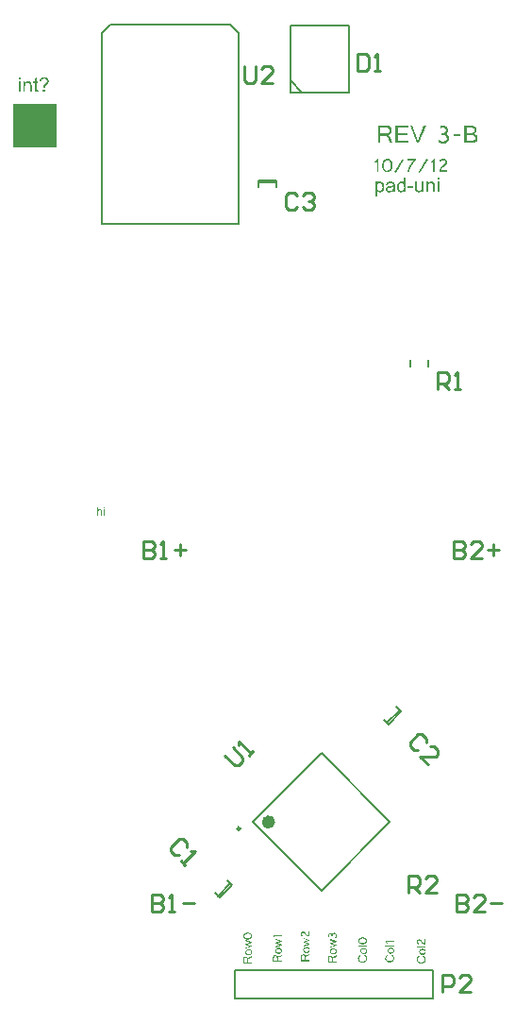
<source format=gto>
%FSAX24Y24*%
%MOIN*%
G70*
G01*
G75*
G04 Layer_Color=65535*
G04:AMPARAMS|DCode=10|XSize=24mil|YSize=59.1mil|CornerRadius=0.6mil|HoleSize=0mil|Usage=FLASHONLY|Rotation=90.000|XOffset=0mil|YOffset=0mil|HoleType=Round|Shape=RoundedRectangle|*
%AMROUNDEDRECTD10*
21,1,0.0240,0.0579,0,0,90.0*
21,1,0.0228,0.0591,0,0,90.0*
1,1,0.0012,0.0289,0.0114*
1,1,0.0012,0.0289,-0.0114*
1,1,0.0012,-0.0289,-0.0114*
1,1,0.0012,-0.0289,0.0114*
%
%ADD10ROUNDEDRECTD10*%
G04:AMPARAMS|DCode=11|XSize=24mil|YSize=59.1mil|CornerRadius=0.6mil|HoleSize=0mil|Usage=FLASHONLY|Rotation=0.000|XOffset=0mil|YOffset=0mil|HoleType=Round|Shape=RoundedRectangle|*
%AMROUNDEDRECTD11*
21,1,0.0240,0.0579,0,0,0.0*
21,1,0.0228,0.0591,0,0,0.0*
1,1,0.0012,0.0114,-0.0289*
1,1,0.0012,-0.0114,-0.0289*
1,1,0.0012,-0.0114,0.0289*
1,1,0.0012,0.0114,0.0289*
%
%ADD11ROUNDEDRECTD11*%
%ADD12R,0.2362X0.1969*%
%ADD13R,0.0276X0.0512*%
G04:AMPARAMS|DCode=14|XSize=21.7mil|YSize=68.9mil|CornerRadius=0mil|HoleSize=0mil|Usage=FLASHONLY|Rotation=45.000|XOffset=0mil|YOffset=0mil|HoleType=Round|Shape=Round|*
%AMOVALD14*
21,1,0.0472,0.0217,0.0000,0.0000,135.0*
1,1,0.0217,0.0167,-0.0167*
1,1,0.0217,-0.0167,0.0167*
%
%ADD14OVALD14*%

G04:AMPARAMS|DCode=15|XSize=21.7mil|YSize=68.9mil|CornerRadius=0mil|HoleSize=0mil|Usage=FLASHONLY|Rotation=135.000|XOffset=0mil|YOffset=0mil|HoleType=Round|Shape=Round|*
%AMOVALD15*
21,1,0.0472,0.0217,0.0000,0.0000,225.0*
1,1,0.0217,0.0167,0.0167*
1,1,0.0217,-0.0167,-0.0167*
%
%ADD15OVALD15*%

G04:AMPARAMS|DCode=16|XSize=70.9mil|YSize=63mil|CornerRadius=0mil|HoleSize=0mil|Usage=FLASHONLY|Rotation=225.000|XOffset=0mil|YOffset=0mil|HoleType=Round|Shape=Rectangle|*
%AMROTATEDRECTD16*
4,1,4,0.0028,0.0473,0.0473,0.0028,-0.0028,-0.0473,-0.0473,-0.0028,0.0028,0.0473,0.0*
%
%ADD16ROTATEDRECTD16*%

%ADD17R,0.0709X0.0630*%
%ADD18R,0.0512X0.0591*%
%ADD19C,0.0079*%
%ADD20R,0.0394X0.0394*%
%ADD21C,0.0591*%
%ADD22R,0.0591X0.0591*%
%ADD23C,0.1250*%
%ADD24C,0.0961*%
%ADD25C,0.0394*%
%ADD26C,0.2559*%
%ADD27R,0.0984X0.0591*%
%ADD28C,0.0100*%
%ADD29C,0.0236*%
%ADD30C,0.0098*%
%ADD31C,0.0050*%
%ADD32R,0.1575X0.1575*%
G36*
X035440Y017294D02*
X035447D01*
X035454Y017292D01*
X035463Y017291D01*
X035471Y017289D01*
X035479Y017286D01*
X035480D01*
X035483Y017285D01*
X035487Y017284D01*
X035492Y017281D01*
X035504Y017275D01*
X035517Y017265D01*
X035517Y017265D01*
X035519Y017263D01*
X035522Y017260D01*
X035525Y017256D01*
X035528Y017251D01*
X035532Y017246D01*
X035536Y017239D01*
X035539Y017232D01*
Y017231D01*
X035541Y017228D01*
X035541Y017225D01*
X035543Y017219D01*
X035544Y017213D01*
X035545Y017206D01*
X035546Y017198D01*
Y017189D01*
Y017188D01*
Y017185D01*
X035546Y017180D01*
Y017175D01*
X035545Y017168D01*
X035544Y017161D01*
X035539Y017146D01*
X035538Y017145D01*
X035538Y017143D01*
X035536Y017139D01*
X035533Y017135D01*
X035530Y017130D01*
X035527Y017124D01*
X035522Y017118D01*
X035517Y017113D01*
X035516Y017112D01*
X035514Y017111D01*
X035511Y017108D01*
X035506Y017105D01*
X035501Y017101D01*
X035495Y017098D01*
X035487Y017094D01*
X035479Y017091D01*
X035479D01*
X035476Y017090D01*
X035471Y017089D01*
X035465Y017087D01*
X035457Y017086D01*
X035449Y017085D01*
X035440Y017084D01*
X035425D01*
X035420Y017085D01*
X035413D01*
X035406Y017085D01*
X035397Y017087D01*
X035380Y017091D01*
X035380Y017092D01*
X035377Y017093D01*
X035372Y017095D01*
X035367Y017097D01*
X035355Y017104D01*
X035344Y017113D01*
X035343Y017114D01*
X035342Y017115D01*
X035339Y017118D01*
X035335Y017122D01*
X035331Y017127D01*
X035328Y017133D01*
X035320Y017146D01*
X035320Y017147D01*
X035319Y017149D01*
X035318Y017153D01*
X035316Y017159D01*
X035315Y017165D01*
X035314Y017172D01*
X035312Y017180D01*
Y017189D01*
Y017190D01*
Y017193D01*
X035313Y017198D01*
Y017203D01*
X035315Y017211D01*
X035316Y017218D01*
X035318Y017225D01*
X035320Y017233D01*
Y017233D01*
X035322Y017236D01*
X035324Y017240D01*
X035326Y017244D01*
X035334Y017255D01*
X035344Y017266D01*
X035345Y017267D01*
X035347Y017268D01*
X035350Y017271D01*
X035354Y017274D01*
X035359Y017277D01*
X035365Y017281D01*
X035372Y017284D01*
X035380Y017287D01*
X035381D01*
X035384Y017289D01*
X035388Y017289D01*
X035395Y017291D01*
X035402Y017292D01*
X035410Y017293D01*
X035420Y017294D01*
X035434D01*
X035440Y017294D01*
D02*
G37*
G36*
X037161Y046345D02*
X037174Y046344D01*
X037189Y046342D01*
X037219Y046335D01*
X037221D01*
X037227Y046333D01*
X037234Y046330D01*
X037243Y046328D01*
X037265Y046317D01*
X037286Y046304D01*
X037288Y046303D01*
X037291Y046301D01*
X037297Y046297D01*
X037302Y046291D01*
X037316Y046275D01*
X037329Y046255D01*
Y046253D01*
X037332Y046250D01*
X037333Y046243D01*
X037336Y046236D01*
X037339Y046226D01*
X037340Y046214D01*
X037343Y046188D01*
Y046186D01*
Y046180D01*
X037342Y046172D01*
X037340Y046161D01*
X037337Y046148D01*
X037334Y046137D01*
X037329Y046123D01*
X037321Y046110D01*
X037320Y046109D01*
X037317Y046105D01*
X037313Y046099D01*
X037305Y046091D01*
X037295Y046083D01*
X037283Y046074D01*
X037270Y046065D01*
X037254Y046056D01*
X037256D01*
X037260Y046055D01*
X037265Y046053D01*
X037272Y046051D01*
X037289Y046045D01*
X037307Y046035D01*
X037308D01*
X037311Y046032D01*
X037320Y046024D01*
X037333Y046014D01*
X037345Y046000D01*
Y045998D01*
X037348Y045997D01*
X037353Y045988D01*
X037361Y045973D01*
X037367Y045957D01*
Y045956D01*
X037368Y045953D01*
X037369Y045949D01*
X037371Y045943D01*
X037372Y045927D01*
X037374Y045908D01*
Y045906D01*
Y045903D01*
Y045899D01*
X037372Y045893D01*
X037371Y045877D01*
X037367Y045858D01*
X037359Y045836D01*
X037349Y045814D01*
X037334Y045792D01*
X037316Y045774D01*
X037313Y045772D01*
X037305Y045766D01*
X037291Y045759D01*
X037272Y045752D01*
X037248Y045743D01*
X037218Y045736D01*
X037183Y045730D01*
X037144Y045728D01*
X036912D01*
Y046347D01*
X037149D01*
X037161Y046345D01*
D02*
G37*
G36*
X035541Y017339D02*
X035232D01*
Y017378D01*
X035541D01*
Y017339D01*
D02*
G37*
G36*
X035448Y017046D02*
X035452Y017045D01*
X035458Y017044D01*
X035466Y017043D01*
X035473Y017041D01*
X035481Y017038D01*
X035488Y017034D01*
X035489Y017034D01*
X035491Y017032D01*
X035495Y017030D01*
X035499Y017027D01*
X035504Y017023D01*
X035509Y017019D01*
X035520Y017007D01*
X035521Y017007D01*
X035522Y017004D01*
X035525Y017001D01*
X035527Y016996D01*
X035530Y016991D01*
X035534Y016985D01*
X035537Y016977D01*
X035540Y016969D01*
Y016969D01*
X035541Y016966D01*
X035542Y016961D01*
X035543Y016956D01*
X035544Y016948D01*
X035546Y016940D01*
X035546Y016931D01*
Y016921D01*
Y016920D01*
Y016915D01*
X035546Y016910D01*
X035545Y016902D01*
X035544Y016892D01*
X035542Y016882D01*
X035539Y016872D01*
X035536Y016861D01*
X035535Y016860D01*
X035533Y016857D01*
X035531Y016852D01*
X035527Y016845D01*
X035523Y016838D01*
X035517Y016831D01*
X035511Y016823D01*
X035504Y016816D01*
X035503Y016815D01*
X035501Y016813D01*
X035496Y016809D01*
X035490Y016805D01*
X035482Y016801D01*
X035474Y016796D01*
X035464Y016791D01*
X035453Y016787D01*
X035452Y016786D01*
X035448Y016786D01*
X035441Y016784D01*
X035433Y016782D01*
X035424Y016780D01*
X035412Y016778D01*
X035400Y016778D01*
X035387Y016777D01*
X035381D01*
X035374Y016778D01*
X035365Y016778D01*
X035355Y016779D01*
X035344Y016781D01*
X035332Y016783D01*
X035321Y016787D01*
X035320Y016788D01*
X035316Y016789D01*
X035310Y016791D01*
X035304Y016794D01*
X035296Y016799D01*
X035287Y016804D01*
X035278Y016810D01*
X035270Y016816D01*
X035269Y016817D01*
X035267Y016820D01*
X035263Y016824D01*
X035258Y016829D01*
X035253Y016836D01*
X035248Y016843D01*
X035242Y016852D01*
X035238Y016861D01*
X035237Y016863D01*
X035236Y016867D01*
X035234Y016872D01*
X035232Y016879D01*
X035230Y016888D01*
X035228Y016898D01*
X035227Y016910D01*
X035226Y016921D01*
Y016923D01*
Y016926D01*
Y016930D01*
X035227Y016937D01*
X035228Y016944D01*
X035229Y016951D01*
X035234Y016968D01*
Y016969D01*
X035235Y016972D01*
X035237Y016976D01*
X035239Y016981D01*
X035242Y016987D01*
X035245Y016993D01*
X035254Y017007D01*
X035255Y017007D01*
X035256Y017009D01*
X035259Y017012D01*
X035263Y017016D01*
X035267Y017020D01*
X035272Y017025D01*
X035279Y017029D01*
X035285Y017034D01*
X035286Y017034D01*
X035288Y017035D01*
X035293Y017037D01*
X035297Y017039D01*
X035304Y017042D01*
X035310Y017044D01*
X035318Y017045D01*
X035326Y017047D01*
Y017004D01*
X035324D01*
X035321Y017004D01*
X035318Y017003D01*
X035309Y017001D01*
X035300Y016997D01*
X035299D01*
X035298Y016996D01*
X035296Y016994D01*
X035293Y016993D01*
X035286Y016987D01*
X035280Y016979D01*
X035279Y016978D01*
X035278Y016977D01*
X035277Y016974D01*
X035275Y016972D01*
X035270Y016964D01*
X035267Y016953D01*
Y016953D01*
X035266Y016951D01*
X035265Y016947D01*
X035264Y016944D01*
X035264Y016939D01*
X035263Y016934D01*
X035262Y016922D01*
Y016921D01*
Y016918D01*
X035263Y016914D01*
Y016908D01*
X035264Y016902D01*
X035266Y016894D01*
X035267Y016887D01*
X035270Y016880D01*
Y016879D01*
X035272Y016877D01*
X035274Y016873D01*
X035276Y016869D01*
X035280Y016864D01*
X035284Y016858D01*
X035288Y016852D01*
X035294Y016847D01*
X035295Y016846D01*
X035297Y016845D01*
X035301Y016843D01*
X035305Y016840D01*
X035311Y016836D01*
X035318Y016833D01*
X035325Y016829D01*
X035334Y016826D01*
X035334D01*
X035338Y016826D01*
X035342Y016824D01*
X035349Y016824D01*
X035357Y016822D01*
X035366Y016821D01*
X035376Y016820D01*
X035392D01*
X035398Y016821D01*
X035404D01*
X035413Y016821D01*
X035422Y016823D01*
X035440Y016826D01*
X035441D01*
X035444Y016828D01*
X035448Y016829D01*
X035454Y016832D01*
X035460Y016834D01*
X035466Y016838D01*
X035479Y016847D01*
X035480Y016848D01*
X035482Y016849D01*
X035485Y016852D01*
X035488Y016856D01*
X035492Y016861D01*
X035497Y016867D01*
X035504Y016879D01*
Y016880D01*
X035506Y016882D01*
X035506Y016886D01*
X035508Y016891D01*
X035509Y016897D01*
X035511Y016904D01*
X035511Y016912D01*
X035512Y016921D01*
Y016921D01*
Y016923D01*
Y016927D01*
X035511Y016931D01*
X035510Y016942D01*
X035508Y016953D01*
Y016954D01*
X035507Y016956D01*
X035506Y016958D01*
X035504Y016962D01*
X035501Y016971D01*
X035495Y016980D01*
X035494Y016980D01*
X035493Y016982D01*
X035491Y016983D01*
X035488Y016986D01*
X035482Y016991D01*
X035473Y016996D01*
X035472D01*
X035471Y016997D01*
X035468Y016999D01*
X035465Y017000D01*
X035460Y017001D01*
X035455Y017002D01*
X035444Y017004D01*
Y017047D01*
X035444D01*
X035448Y017046D01*
D02*
G37*
G36*
X036191Y046347D02*
X036207Y046344D01*
X036225Y046338D01*
X036245Y046330D01*
X036264Y046319D01*
X036283Y046303D01*
X036285Y046301D01*
X036291Y046294D01*
X036299Y046284D01*
X036308Y046269D01*
X036317Y046253D01*
X036326Y046233D01*
X036331Y046209D01*
X036333Y046183D01*
Y046182D01*
Y046180D01*
Y046176D01*
X036331Y046170D01*
X036330Y046154D01*
X036326Y046135D01*
X036318Y046115D01*
X036307Y046093D01*
X036291Y046071D01*
X036282Y046061D01*
X036270Y046052D01*
X036272D01*
X036275Y046051D01*
X036279Y046048D01*
X036286Y046043D01*
X036301Y046032D01*
X036320Y046014D01*
X036337Y045992D01*
X036345Y045978D01*
X036353Y045963D01*
X036359Y045947D01*
X036363Y045930D01*
X036366Y045909D01*
X036368Y045889D01*
Y045886D01*
X036366Y045879D01*
X036365Y045865D01*
X036362Y045851D01*
X036355Y045833D01*
X036346Y045813D01*
X036334Y045792D01*
X036317Y045772D01*
X036314Y045769D01*
X036307Y045762D01*
X036293Y045753D01*
X036276Y045741D01*
X036253Y045730D01*
X036226Y045721D01*
X036197Y045714D01*
X036164Y045711D01*
X036155D01*
X036149Y045712D01*
X036132Y045714D01*
X036111Y045717D01*
X036086Y045723D01*
X036059Y045731D01*
X036031Y045743D01*
X036003Y045759D01*
Y045838D01*
X036005D01*
X036008Y045836D01*
X036012Y045833D01*
X036018Y045830D01*
X036034Y045822D01*
X036054Y045813D01*
X036079Y045803D01*
X036105Y045795D01*
X036135Y045790D01*
X036164Y045787D01*
X036172D01*
X036183Y045788D01*
X036196Y045791D01*
X036209Y045795D01*
X036225Y045803D01*
X036240Y045811D01*
X036254Y045823D01*
X036256Y045825D01*
X036260Y045829D01*
X036264Y045835D01*
X036272Y045844D01*
X036277Y045854D01*
X036282Y045865D01*
X036286Y045879D01*
X036288Y045892D01*
Y045895D01*
Y045900D01*
X036286Y045911D01*
X036283Y045924D01*
X036279Y045937D01*
X036273Y045951D01*
X036266Y045965D01*
X036254Y045978D01*
X036253Y045979D01*
X036248Y045982D01*
X036241Y045988D01*
X036229Y045994D01*
X036216Y045998D01*
X036200Y046004D01*
X036183Y046007D01*
X036161Y046008D01*
X036113D01*
Y046086D01*
X036165D01*
X036172Y046087D01*
X036181Y046088D01*
X036193Y046091D01*
X036205Y046097D01*
X036216Y046103D01*
X036226Y046112D01*
X036228Y046113D01*
X036231Y046116D01*
X036235Y046123D01*
X036241Y046131D01*
X036245Y046141D01*
X036250Y046153D01*
X036253Y046166D01*
X036254Y046180D01*
Y046182D01*
Y046188D01*
X036253Y046195D01*
X036251Y046205D01*
X036248Y046215D01*
X036244Y046227D01*
X036238Y046237D01*
X036229Y046247D01*
X036228Y046249D01*
X036225Y046252D01*
X036219Y046256D01*
X036212Y046261D01*
X036203Y046265D01*
X036191Y046269D01*
X036180Y046272D01*
X036165Y046274D01*
X036155D01*
X036149Y046272D01*
X036140Y046271D01*
X036130Y046269D01*
X036105Y046263D01*
X036104D01*
X036100Y046262D01*
X036094Y046259D01*
X036086Y046258D01*
X036070Y046250D01*
X036062Y046246D01*
X036054Y046242D01*
Y046319D01*
X036057Y046320D01*
X036065Y046323D01*
X036075Y046329D01*
X036089Y046335D01*
X036107Y046339D01*
X036126Y046345D01*
X036146Y046348D01*
X036167Y046349D01*
X036178D01*
X036191Y046347D01*
D02*
G37*
G36*
X031441Y017618D02*
Y017580D01*
X031277Y017532D01*
X031441Y017483D01*
Y017444D01*
X031218Y017377D01*
Y017422D01*
X031388Y017463D01*
X031218Y017514D01*
Y017550D01*
X031388Y017600D01*
X031218Y017641D01*
Y017685D01*
X031441Y017618D01*
D02*
G37*
G36*
X031221Y017909D02*
X031228Y017908D01*
X031238Y017905D01*
X031248Y017901D01*
X031260Y017895D01*
X031271Y017886D01*
X031277Y017880D01*
X031283Y017875D01*
X031284Y017873D01*
X031288Y017869D01*
X031292Y017862D01*
X031298Y017854D01*
X031305Y017845D01*
X031313Y017834D01*
X031331Y017810D01*
Y017809D01*
X031332Y017808D01*
X031336Y017805D01*
X031342Y017799D01*
X031351Y017792D01*
X031362Y017786D01*
X031374Y017781D01*
X031388Y017776D01*
X031395Y017775D01*
X031403Y017775D01*
Y017907D01*
X031441D01*
Y017734D01*
X031435D01*
X031429Y017733D01*
X031416D01*
X031411Y017734D01*
X031406D01*
X031399Y017735D01*
X031392Y017736D01*
X031384Y017738D01*
X031368Y017742D01*
X031351Y017748D01*
X031333Y017756D01*
X031325Y017762D01*
X031317Y017768D01*
X031317Y017769D01*
X031314Y017771D01*
X031311Y017775D01*
X031305Y017781D01*
X031298Y017790D01*
X031293Y017795D01*
X031289Y017802D01*
X031284Y017808D01*
X031278Y017816D01*
X031271Y017824D01*
X031265Y017834D01*
Y017835D01*
X031263Y017835D01*
X031261Y017840D01*
X031255Y017845D01*
X031249Y017851D01*
X031242Y017858D01*
X031233Y017864D01*
X031224Y017867D01*
X031219Y017868D01*
X031215Y017869D01*
X031210D01*
X031207Y017868D01*
X031200Y017867D01*
X031192Y017863D01*
X031184Y017857D01*
X031180Y017853D01*
X031177Y017849D01*
X031174Y017843D01*
X031172Y017837D01*
X031170Y017829D01*
X031169Y017821D01*
Y017821D01*
Y017819D01*
Y017817D01*
X031170Y017814D01*
X031172Y017806D01*
X031174Y017797D01*
X031178Y017786D01*
X031185Y017775D01*
X031189Y017769D01*
X031194Y017764D01*
X031200Y017759D01*
X031207Y017754D01*
X031181Y017729D01*
X031180Y017730D01*
X031177Y017732D01*
X031172Y017736D01*
X031166Y017741D01*
X031159Y017748D01*
X031152Y017756D01*
X031146Y017765D01*
X031140Y017776D01*
X031140Y017777D01*
X031139Y017780D01*
X031137Y017784D01*
X031135Y017790D01*
X031134Y017797D01*
X031132Y017805D01*
X031132Y017813D01*
X031131Y017821D01*
Y017822D01*
Y017823D01*
Y017825D01*
Y017828D01*
X031132Y017835D01*
X031134Y017843D01*
X031136Y017853D01*
X031140Y017864D01*
X031145Y017875D01*
X031153Y017884D01*
X031153Y017886D01*
X031157Y017888D01*
X031162Y017892D01*
X031169Y017897D01*
X031178Y017902D01*
X031188Y017906D01*
X031201Y017909D01*
X031215Y017910D01*
X031218D01*
X031221Y017909D01*
D02*
G37*
G36*
X034169Y046345D02*
X034178D01*
X034184Y046344D01*
X034197Y046342D01*
X034213Y046339D01*
X034214D01*
X034216Y046338D01*
X034226Y046336D01*
X034238Y046332D01*
X034251Y046326D01*
X034252D01*
X034254Y046325D01*
X034262Y046320D01*
X034274Y046314D01*
X034286Y046306D01*
X034287Y046304D01*
X034290Y046301D01*
X034296Y046296D01*
X034302Y046290D01*
X034308Y046281D01*
X034315Y046271D01*
X034328Y046246D01*
Y046244D01*
X034331Y046240D01*
X034332Y046233D01*
X034335Y046224D01*
X034338Y046212D01*
X034340Y046201D01*
X034343Y046173D01*
Y046172D01*
Y046167D01*
Y046161D01*
X034341Y046154D01*
X034338Y046134D01*
X034332Y046113D01*
Y046112D01*
X034331Y046109D01*
X034328Y046105D01*
X034325Y046097D01*
X034316Y046083D01*
X034305Y046065D01*
X034303Y046064D01*
X034302Y046062D01*
X034293Y046053D01*
X034279Y046042D01*
X034261Y046030D01*
X034260D01*
X034257Y046027D01*
X034251Y046026D01*
X034245Y046023D01*
X034236Y046018D01*
X034226Y046016D01*
X034204Y046010D01*
Y046008D01*
X034206D01*
X034207Y046007D01*
X034214Y046004D01*
X034226Y045997D01*
X034241Y045986D01*
X034257Y045972D01*
X034273Y045953D01*
X034281Y045941D01*
X034289Y045927D01*
X034296Y045912D01*
X034303Y045896D01*
X034365Y045728D01*
X034276D01*
X034217Y045893D01*
Y045895D01*
X034216Y045897D01*
X034211Y045906D01*
X034204Y045919D01*
X034195Y045932D01*
Y045934D01*
X034194Y045935D01*
X034187Y045944D01*
X034178Y045954D01*
X034165Y045965D01*
X034163D01*
X034162Y045967D01*
X034153Y045972D01*
X034141Y045979D01*
X034125Y045985D01*
X034124D01*
X034123Y045986D01*
X034118Y045988D01*
X034112Y045989D01*
X034098Y045991D01*
X034082Y045992D01*
X033930D01*
Y045728D01*
X033848D01*
Y046347D01*
X034153D01*
X034169Y046345D01*
D02*
G37*
G36*
X032391Y017568D02*
Y017530D01*
X032227Y017482D01*
X032391Y017433D01*
Y017394D01*
X032168Y017327D01*
Y017372D01*
X032338Y017413D01*
X032168Y017464D01*
Y017500D01*
X032338Y017550D01*
X032168Y017591D01*
Y017635D01*
X032391Y017568D01*
D02*
G37*
G36*
X032316Y017860D02*
X032323Y017859D01*
X032330Y017857D01*
X032339Y017854D01*
X032349Y017849D01*
X032359Y017844D01*
X032369Y017835D01*
X032371Y017833D01*
X032375Y017830D01*
X032379Y017823D01*
X032385Y017814D01*
X032391Y017803D01*
X032395Y017790D01*
X032399Y017775D01*
X032400Y017758D01*
Y017758D01*
Y017756D01*
Y017754D01*
X032399Y017751D01*
X032399Y017742D01*
X032397Y017732D01*
X032394Y017720D01*
X032390Y017706D01*
X032384Y017692D01*
X032376Y017678D01*
X032337D01*
Y017679D01*
X032337Y017680D01*
X032339Y017682D01*
X032340Y017685D01*
X032345Y017693D01*
X032349Y017704D01*
X032354Y017716D01*
X032358Y017729D01*
X032361Y017744D01*
X032362Y017758D01*
Y017760D01*
Y017763D01*
X032361Y017768D01*
X032360Y017774D01*
X032358Y017781D01*
X032354Y017789D01*
X032350Y017796D01*
X032344Y017803D01*
X032343Y017804D01*
X032341Y017806D01*
X032338Y017809D01*
X032334Y017812D01*
X032329Y017815D01*
X032323Y017817D01*
X032316Y017819D01*
X032310Y017820D01*
X032305D01*
X032300Y017819D01*
X032294Y017818D01*
X032287Y017816D01*
X032280Y017813D01*
X032273Y017809D01*
X032267Y017803D01*
X032266Y017803D01*
X032264Y017801D01*
X032262Y017797D01*
X032259Y017791D01*
X032256Y017785D01*
X032254Y017776D01*
X032252Y017768D01*
X032251Y017757D01*
Y017733D01*
X032213D01*
Y017755D01*
Y017756D01*
Y017759D01*
X032212Y017763D01*
X032211Y017767D01*
X032210Y017773D01*
X032207Y017779D01*
X032204Y017785D01*
X032200Y017790D01*
X032199Y017790D01*
X032197Y017792D01*
X032194Y017794D01*
X032190Y017797D01*
X032185Y017799D01*
X032179Y017801D01*
X032173Y017803D01*
X032165Y017803D01*
X032162D01*
X032158Y017803D01*
X032153Y017802D01*
X032148Y017801D01*
X032142Y017798D01*
X032137Y017795D01*
X032132Y017791D01*
X032131Y017790D01*
X032130Y017789D01*
X032127Y017786D01*
X032125Y017782D01*
X032123Y017778D01*
X032121Y017772D01*
X032119Y017766D01*
X032119Y017759D01*
Y017758D01*
Y017757D01*
Y017754D01*
X032119Y017751D01*
X032120Y017747D01*
X032121Y017741D01*
X032124Y017729D01*
Y017728D01*
X032125Y017726D01*
X032126Y017723D01*
X032127Y017720D01*
X032130Y017712D01*
X032133Y017707D01*
X032135Y017704D01*
X032096D01*
X032095Y017705D01*
X032094Y017709D01*
X032091Y017714D01*
X032088Y017721D01*
X032086Y017730D01*
X032083Y017739D01*
X032082Y017750D01*
X032081Y017760D01*
Y017760D01*
Y017761D01*
Y017766D01*
X032082Y017772D01*
X032084Y017780D01*
X032087Y017789D01*
X032090Y017799D01*
X032096Y017809D01*
X032104Y017818D01*
X032105Y017819D01*
X032108Y017822D01*
X032114Y017826D01*
X032121Y017830D01*
X032129Y017835D01*
X032139Y017839D01*
X032151Y017842D01*
X032164Y017843D01*
X032168D01*
X032170Y017842D01*
X032178Y017841D01*
X032188Y017839D01*
X032198Y017836D01*
X032209Y017830D01*
X032220Y017822D01*
X032225Y017817D01*
X032229Y017811D01*
Y017812D01*
X032230Y017814D01*
X032232Y017816D01*
X032234Y017819D01*
X032240Y017827D01*
X032248Y017836D01*
X032259Y017845D01*
X032267Y017849D01*
X032274Y017853D01*
X032282Y017856D01*
X032291Y017858D01*
X032301Y017860D01*
X032311Y017860D01*
X032313D01*
X032316Y017860D01*
D02*
G37*
G36*
X032290Y017310D02*
X032297D01*
X032304Y017308D01*
X032313Y017307D01*
X032321Y017306D01*
X032329Y017303D01*
X032330D01*
X032333Y017301D01*
X032337Y017300D01*
X032342Y017298D01*
X032354Y017291D01*
X032367Y017281D01*
X032367Y017281D01*
X032369Y017279D01*
X032372Y017276D01*
X032375Y017272D01*
X032378Y017267D01*
X032382Y017262D01*
X032386Y017255D01*
X032389Y017248D01*
Y017247D01*
X032391Y017244D01*
X032391Y017241D01*
X032393Y017236D01*
X032394Y017229D01*
X032395Y017222D01*
X032396Y017214D01*
Y017205D01*
Y017204D01*
Y017201D01*
X032396Y017196D01*
Y017191D01*
X032395Y017185D01*
X032394Y017177D01*
X032389Y017162D01*
X032388Y017161D01*
X032388Y017159D01*
X032386Y017155D01*
X032383Y017151D01*
X032380Y017146D01*
X032377Y017140D01*
X032372Y017134D01*
X032367Y017129D01*
X032366Y017128D01*
X032364Y017127D01*
X032361Y017124D01*
X032356Y017121D01*
X032351Y017117D01*
X032345Y017114D01*
X032337Y017110D01*
X032329Y017107D01*
X032329D01*
X032326Y017106D01*
X032321Y017105D01*
X032315Y017104D01*
X032308Y017102D01*
X032299Y017101D01*
X032290Y017100D01*
X032275D01*
X032270Y017101D01*
X032263D01*
X032256Y017101D01*
X032247Y017103D01*
X032230Y017107D01*
X032229Y017108D01*
X032227Y017109D01*
X032222Y017111D01*
X032217Y017113D01*
X032205Y017120D01*
X032194Y017129D01*
X032193Y017130D01*
X032192Y017131D01*
X032189Y017134D01*
X032185Y017139D01*
X032181Y017143D01*
X032178Y017149D01*
X032170Y017162D01*
X032170Y017163D01*
X032169Y017166D01*
X032168Y017169D01*
X032166Y017175D01*
X032165Y017181D01*
X032164Y017188D01*
X032162Y017196D01*
Y017205D01*
Y017206D01*
Y017209D01*
X032163Y017214D01*
Y017220D01*
X032165Y017227D01*
X032166Y017234D01*
X032168Y017241D01*
X032170Y017249D01*
Y017249D01*
X032172Y017252D01*
X032174Y017256D01*
X032176Y017260D01*
X032184Y017271D01*
X032194Y017282D01*
X032195Y017283D01*
X032197Y017284D01*
X032200Y017287D01*
X032204Y017290D01*
X032209Y017293D01*
X032215Y017297D01*
X032222Y017300D01*
X032230Y017303D01*
X032231D01*
X032234Y017305D01*
X032238Y017306D01*
X032245Y017307D01*
X032252Y017308D01*
X032260Y017309D01*
X032270Y017311D01*
X032284D01*
X032290Y017310D01*
D02*
G37*
G36*
X035321Y017629D02*
X035328Y017628D01*
X035338Y017625D01*
X035348Y017621D01*
X035360Y017615D01*
X035371Y017607D01*
X035377Y017601D01*
X035383Y017595D01*
X035384Y017593D01*
X035388Y017589D01*
X035392Y017582D01*
X035398Y017574D01*
X035405Y017565D01*
X035413Y017554D01*
X035431Y017530D01*
Y017529D01*
X035432Y017529D01*
X035436Y017525D01*
X035442Y017519D01*
X035451Y017512D01*
X035462Y017506D01*
X035474Y017501D01*
X035488Y017496D01*
X035495Y017496D01*
X035503Y017495D01*
Y017628D01*
X035541D01*
Y017454D01*
X035535D01*
X035529Y017453D01*
X035516D01*
X035511Y017454D01*
X035506D01*
X035499Y017456D01*
X035492Y017456D01*
X035484Y017458D01*
X035468Y017462D01*
X035451Y017468D01*
X035433Y017477D01*
X035425Y017483D01*
X035417Y017488D01*
X035417Y017489D01*
X035414Y017491D01*
X035411Y017496D01*
X035405Y017502D01*
X035398Y017510D01*
X035393Y017515D01*
X035389Y017522D01*
X035384Y017529D01*
X035378Y017536D01*
X035371Y017545D01*
X035365Y017554D01*
Y017555D01*
X035363Y017555D01*
X035361Y017560D01*
X035355Y017565D01*
X035349Y017572D01*
X035342Y017578D01*
X035333Y017584D01*
X035324Y017588D01*
X035319Y017588D01*
X035315Y017589D01*
X035310D01*
X035307Y017588D01*
X035300Y017587D01*
X035292Y017583D01*
X035284Y017577D01*
X035280Y017574D01*
X035277Y017569D01*
X035274Y017564D01*
X035272Y017557D01*
X035270Y017550D01*
X035269Y017542D01*
Y017541D01*
Y017539D01*
Y017537D01*
X035270Y017534D01*
X035272Y017526D01*
X035274Y017517D01*
X035278Y017506D01*
X035285Y017495D01*
X035289Y017489D01*
X035294Y017484D01*
X035300Y017479D01*
X035307Y017475D01*
X035281Y017449D01*
X035280Y017450D01*
X035277Y017452D01*
X035272Y017456D01*
X035266Y017461D01*
X035259Y017468D01*
X035252Y017476D01*
X035246Y017486D01*
X035240Y017496D01*
X035240Y017497D01*
X035239Y017500D01*
X035237Y017504D01*
X035235Y017510D01*
X035234Y017518D01*
X035232Y017525D01*
X035232Y017533D01*
X035231Y017542D01*
Y017542D01*
Y017543D01*
Y017545D01*
Y017548D01*
X035232Y017555D01*
X035234Y017564D01*
X035236Y017574D01*
X035240Y017584D01*
X035245Y017595D01*
X035253Y017604D01*
X035253Y017606D01*
X035257Y017609D01*
X035262Y017612D01*
X035269Y017617D01*
X035278Y017622D01*
X035288Y017626D01*
X035301Y017629D01*
X035315Y017630D01*
X035318D01*
X035321Y017629D01*
D02*
G37*
G36*
X034920Y046272D02*
X034554D01*
Y046084D01*
X034895D01*
Y046011D01*
X034554D01*
Y045801D01*
X034933D01*
Y045728D01*
X034472D01*
Y046347D01*
X034920D01*
Y046272D01*
D02*
G37*
G36*
X032391Y017021D02*
X032309Y016992D01*
X032308D01*
X032307Y016991D01*
X032302Y016989D01*
X032296Y016986D01*
X032289Y016981D01*
X032289D01*
X032288Y016980D01*
X032283Y016977D01*
X032278Y016972D01*
X032273Y016966D01*
Y016965D01*
X032272Y016964D01*
X032270Y016960D01*
X032266Y016954D01*
X032263Y016946D01*
Y016945D01*
X032262Y016945D01*
X032262Y016942D01*
X032261Y016940D01*
X032260Y016932D01*
X032259Y016924D01*
Y016848D01*
X032391D01*
Y016808D01*
X032082D01*
Y016945D01*
Y016945D01*
Y016947D01*
Y016949D01*
Y016952D01*
Y016960D01*
X032083Y016968D01*
Y016969D01*
Y016970D01*
Y016972D01*
X032084Y016975D01*
X032084Y016982D01*
X032086Y016990D01*
Y016991D01*
X032087Y016991D01*
X032087Y016996D01*
X032090Y017002D01*
X032092Y017009D01*
Y017010D01*
X032093Y017010D01*
X032095Y017015D01*
X032098Y017021D01*
X032103Y017026D01*
X032103Y017027D01*
X032105Y017029D01*
X032108Y017031D01*
X032111Y017034D01*
X032115Y017037D01*
X032120Y017041D01*
X032133Y017047D01*
X032133D01*
X032135Y017049D01*
X032139Y017050D01*
X032143Y017051D01*
X032149Y017053D01*
X032155Y017053D01*
X032169Y017055D01*
X032175D01*
X032178Y017054D01*
X032189Y017053D01*
X032199Y017050D01*
X032200D01*
X032201Y017049D01*
X032203Y017047D01*
X032207Y017046D01*
X032214Y017042D01*
X032223Y017036D01*
X032224Y017035D01*
X032224Y017034D01*
X032229Y017030D01*
X032235Y017023D01*
X032240Y017014D01*
Y017013D01*
X032242Y017012D01*
X032243Y017009D01*
X032244Y017006D01*
X032246Y017002D01*
X032248Y016996D01*
X032251Y016986D01*
X032251D01*
Y016986D01*
X032252Y016987D01*
X032254Y016991D01*
X032257Y016996D01*
X032262Y017004D01*
X032270Y017012D01*
X032279Y017020D01*
X032285Y017024D01*
X032292Y017028D01*
X032299Y017031D01*
X032308Y017035D01*
X032391Y017066D01*
Y017021D01*
D02*
G37*
G36*
X031340Y017360D02*
X031347D01*
X031354Y017358D01*
X031363Y017357D01*
X031371Y017356D01*
X031379Y017353D01*
X031380D01*
X031383Y017351D01*
X031387Y017350D01*
X031392Y017348D01*
X031404Y017341D01*
X031417Y017331D01*
X031417Y017331D01*
X031419Y017329D01*
X031422Y017326D01*
X031425Y017322D01*
X031428Y017317D01*
X031432Y017312D01*
X031436Y017305D01*
X031439Y017298D01*
Y017297D01*
X031441Y017294D01*
X031441Y017291D01*
X031443Y017286D01*
X031444Y017279D01*
X031445Y017272D01*
X031446Y017264D01*
Y017255D01*
Y017254D01*
Y017251D01*
X031446Y017246D01*
Y017241D01*
X031445Y017235D01*
X031444Y017227D01*
X031439Y017212D01*
X031438Y017211D01*
X031438Y017209D01*
X031436Y017205D01*
X031433Y017201D01*
X031430Y017196D01*
X031427Y017190D01*
X031422Y017184D01*
X031417Y017179D01*
X031416Y017178D01*
X031414Y017177D01*
X031411Y017174D01*
X031406Y017171D01*
X031401Y017167D01*
X031395Y017164D01*
X031387Y017160D01*
X031379Y017157D01*
X031379D01*
X031376Y017156D01*
X031371Y017155D01*
X031365Y017154D01*
X031358Y017152D01*
X031349Y017151D01*
X031340Y017150D01*
X031325D01*
X031320Y017151D01*
X031313D01*
X031306Y017151D01*
X031297Y017153D01*
X031280Y017157D01*
X031279Y017158D01*
X031277Y017159D01*
X031272Y017161D01*
X031267Y017163D01*
X031255Y017170D01*
X031244Y017179D01*
X031243Y017180D01*
X031242Y017181D01*
X031239Y017184D01*
X031235Y017189D01*
X031231Y017193D01*
X031228Y017199D01*
X031220Y017212D01*
X031220Y017213D01*
X031219Y017216D01*
X031218Y017219D01*
X031216Y017225D01*
X031215Y017231D01*
X031214Y017238D01*
X031212Y017246D01*
Y017255D01*
Y017256D01*
Y017259D01*
X031213Y017264D01*
Y017270D01*
X031215Y017277D01*
X031216Y017284D01*
X031218Y017291D01*
X031220Y017299D01*
Y017299D01*
X031222Y017302D01*
X031224Y017306D01*
X031226Y017310D01*
X031234Y017321D01*
X031244Y017332D01*
X031245Y017333D01*
X031247Y017334D01*
X031250Y017337D01*
X031254Y017340D01*
X031259Y017343D01*
X031265Y017347D01*
X031272Y017350D01*
X031280Y017353D01*
X031281D01*
X031284Y017355D01*
X031288Y017356D01*
X031295Y017357D01*
X031302Y017358D01*
X031310Y017359D01*
X031320Y017361D01*
X031334D01*
X031340Y017360D01*
D02*
G37*
G36*
X030350Y017330D02*
X030357D01*
X030364Y017328D01*
X030373Y017327D01*
X030381Y017326D01*
X030389Y017323D01*
X030390D01*
X030393Y017321D01*
X030397Y017320D01*
X030402Y017318D01*
X030414Y017311D01*
X030427Y017301D01*
X030427Y017301D01*
X030429Y017299D01*
X030432Y017296D01*
X030435Y017292D01*
X030438Y017287D01*
X030442Y017282D01*
X030446Y017275D01*
X030449Y017268D01*
Y017267D01*
X030451Y017264D01*
X030451Y017261D01*
X030453Y017256D01*
X030454Y017249D01*
X030455Y017242D01*
X030456Y017234D01*
Y017225D01*
Y017224D01*
Y017221D01*
X030456Y017216D01*
Y017211D01*
X030455Y017205D01*
X030454Y017197D01*
X030449Y017182D01*
X030448Y017181D01*
X030448Y017179D01*
X030446Y017175D01*
X030443Y017171D01*
X030440Y017166D01*
X030437Y017160D01*
X030432Y017154D01*
X030427Y017149D01*
X030426Y017148D01*
X030424Y017147D01*
X030421Y017144D01*
X030416Y017141D01*
X030411Y017137D01*
X030405Y017134D01*
X030397Y017130D01*
X030389Y017127D01*
X030389D01*
X030386Y017126D01*
X030381Y017125D01*
X030375Y017124D01*
X030368Y017122D01*
X030359Y017121D01*
X030350Y017120D01*
X030335D01*
X030330Y017121D01*
X030323D01*
X030316Y017121D01*
X030307Y017123D01*
X030290Y017127D01*
X030289Y017128D01*
X030287Y017129D01*
X030282Y017131D01*
X030277Y017133D01*
X030265Y017140D01*
X030254Y017149D01*
X030253Y017150D01*
X030252Y017151D01*
X030249Y017154D01*
X030245Y017159D01*
X030241Y017163D01*
X030238Y017169D01*
X030230Y017182D01*
X030230Y017183D01*
X030229Y017186D01*
X030228Y017189D01*
X030226Y017195D01*
X030225Y017201D01*
X030224Y017208D01*
X030222Y017216D01*
Y017225D01*
Y017226D01*
Y017229D01*
X030223Y017234D01*
Y017240D01*
X030225Y017247D01*
X030226Y017254D01*
X030228Y017261D01*
X030230Y017269D01*
Y017269D01*
X030232Y017272D01*
X030234Y017276D01*
X030236Y017280D01*
X030244Y017291D01*
X030254Y017302D01*
X030255Y017303D01*
X030257Y017304D01*
X030260Y017307D01*
X030264Y017310D01*
X030269Y017313D01*
X030275Y017317D01*
X030282Y017320D01*
X030290Y017323D01*
X030291D01*
X030294Y017325D01*
X030298Y017326D01*
X030305Y017327D01*
X030312Y017328D01*
X030320Y017329D01*
X030330Y017331D01*
X030344D01*
X030350Y017330D01*
D02*
G37*
G36*
X036780Y045984D02*
X036522D01*
Y046058D01*
X036780D01*
Y045984D01*
D02*
G37*
G36*
X030451Y017588D02*
Y017550D01*
X030287Y017502D01*
X030451Y017453D01*
Y017414D01*
X030228Y017347D01*
Y017392D01*
X030398Y017433D01*
X030228Y017484D01*
Y017520D01*
X030398Y017570D01*
X030228Y017611D01*
Y017655D01*
X030451Y017588D01*
D02*
G37*
G36*
Y017041D02*
X030369Y017012D01*
X030368D01*
X030367Y017011D01*
X030362Y017009D01*
X030356Y017006D01*
X030349Y017001D01*
X030349D01*
X030348Y017000D01*
X030343Y016997D01*
X030338Y016992D01*
X030333Y016986D01*
Y016985D01*
X030332Y016984D01*
X030330Y016980D01*
X030326Y016974D01*
X030323Y016966D01*
Y016965D01*
X030322Y016965D01*
X030322Y016962D01*
X030321Y016960D01*
X030320Y016952D01*
X030319Y016944D01*
Y016868D01*
X030451D01*
Y016828D01*
X030142D01*
Y016965D01*
Y016965D01*
Y016967D01*
Y016969D01*
Y016972D01*
Y016980D01*
X030143Y016988D01*
Y016989D01*
Y016990D01*
Y016992D01*
X030144Y016995D01*
X030144Y017002D01*
X030146Y017010D01*
Y017011D01*
X030147Y017011D01*
X030147Y017016D01*
X030150Y017022D01*
X030152Y017029D01*
Y017030D01*
X030153Y017030D01*
X030155Y017035D01*
X030158Y017041D01*
X030163Y017046D01*
X030163Y017047D01*
X030165Y017049D01*
X030168Y017051D01*
X030171Y017054D01*
X030175Y017057D01*
X030180Y017061D01*
X030193Y017067D01*
X030193D01*
X030195Y017069D01*
X030199Y017070D01*
X030203Y017071D01*
X030209Y017073D01*
X030215Y017073D01*
X030229Y017075D01*
X030235D01*
X030238Y017074D01*
X030249Y017073D01*
X030259Y017070D01*
X030260D01*
X030261Y017069D01*
X030263Y017067D01*
X030267Y017066D01*
X030274Y017062D01*
X030283Y017056D01*
X030284Y017055D01*
X030284Y017054D01*
X030289Y017050D01*
X030295Y017043D01*
X030300Y017034D01*
Y017033D01*
X030302Y017032D01*
X030303Y017029D01*
X030304Y017026D01*
X030306Y017022D01*
X030308Y017016D01*
X030311Y017006D01*
X030311D01*
Y017006D01*
X030312Y017007D01*
X030314Y017011D01*
X030317Y017016D01*
X030322Y017024D01*
X030330Y017032D01*
X030339Y017040D01*
X030345Y017044D01*
X030352Y017048D01*
X030359Y017051D01*
X030368Y017055D01*
X030451Y017086D01*
Y017041D01*
D02*
G37*
G36*
X023967Y032774D02*
X023967Y032775D01*
X023969Y032777D01*
X023972Y032780D01*
X023976Y032784D01*
X023981Y032787D01*
X023986Y032792D01*
X023993Y032795D01*
X023999Y032799D01*
X023999Y032800D01*
X024002Y032800D01*
X024005Y032802D01*
X024010Y032803D01*
X024015Y032805D01*
X024020Y032806D01*
X024027Y032808D01*
X024037D01*
X024041Y032807D01*
X024045Y032806D01*
X024051Y032805D01*
X024058Y032803D01*
X024064Y032800D01*
X024072Y032797D01*
X024079Y032793D01*
X024085Y032787D01*
X024092Y032781D01*
X024098Y032773D01*
X024102Y032763D01*
X024107Y032752D01*
X024109Y032739D01*
X024109Y032725D01*
Y032579D01*
X024069D01*
Y032723D01*
Y032725D01*
Y032727D01*
X024069Y032733D01*
X024068Y032738D01*
X024065Y032752D01*
X024063Y032757D01*
X024059Y032762D01*
X024058Y032763D01*
X024058Y032765D01*
X024055Y032766D01*
X024052Y032768D01*
X024047Y032770D01*
X024042Y032773D01*
X024035Y032773D01*
X024028Y032774D01*
X024026D01*
X024023Y032773D01*
X024017Y032773D01*
X024009Y032770D01*
X023999Y032765D01*
X023989Y032760D01*
X023978Y032751D01*
X023972Y032745D01*
X023967Y032739D01*
Y032579D01*
X023927D01*
Y032888D01*
X023967D01*
Y032774D01*
D02*
G37*
G36*
X024207Y032579D02*
X024168D01*
Y032802D01*
X024207D01*
Y032579D01*
D02*
G37*
G36*
Y032844D02*
X024168D01*
Y032888D01*
X024207D01*
Y032844D01*
D02*
G37*
G36*
X034421Y017379D02*
X034112D01*
Y017418D01*
X034421D01*
Y017379D01*
D02*
G37*
G36*
Y017537D02*
X034176D01*
X034202Y017511D01*
X034176Y017487D01*
X034120Y017542D01*
Y017578D01*
X034421D01*
Y017537D01*
D02*
G37*
G36*
X031441Y017071D02*
X031359Y017042D01*
X031358D01*
X031357Y017041D01*
X031352Y017039D01*
X031346Y017036D01*
X031339Y017031D01*
X031339D01*
X031338Y017030D01*
X031333Y017027D01*
X031328Y017022D01*
X031323Y017016D01*
Y017015D01*
X031322Y017014D01*
X031320Y017010D01*
X031316Y017004D01*
X031313Y016996D01*
Y016995D01*
X031312Y016995D01*
X031312Y016992D01*
X031311Y016990D01*
X031310Y016982D01*
X031309Y016974D01*
Y016898D01*
X031441D01*
Y016858D01*
X031132D01*
Y016995D01*
Y016995D01*
Y016997D01*
Y016999D01*
Y017002D01*
Y017010D01*
X031133Y017018D01*
Y017019D01*
Y017020D01*
Y017022D01*
X031134Y017025D01*
X031134Y017032D01*
X031136Y017040D01*
Y017041D01*
X031137Y017041D01*
X031137Y017046D01*
X031140Y017052D01*
X031142Y017059D01*
Y017060D01*
X031143Y017060D01*
X031145Y017065D01*
X031148Y017071D01*
X031153Y017076D01*
X031153Y017077D01*
X031155Y017079D01*
X031158Y017081D01*
X031161Y017084D01*
X031165Y017087D01*
X031170Y017091D01*
X031183Y017097D01*
X031183D01*
X031185Y017099D01*
X031189Y017100D01*
X031193Y017101D01*
X031199Y017103D01*
X031205Y017103D01*
X031219Y017105D01*
X031225D01*
X031228Y017104D01*
X031239Y017103D01*
X031249Y017100D01*
X031250D01*
X031251Y017099D01*
X031253Y017097D01*
X031257Y017096D01*
X031264Y017092D01*
X031273Y017086D01*
X031274Y017085D01*
X031274Y017084D01*
X031279Y017080D01*
X031285Y017073D01*
X031290Y017064D01*
Y017063D01*
X031292Y017062D01*
X031293Y017059D01*
X031294Y017056D01*
X031296Y017052D01*
X031298Y017046D01*
X031301Y017036D01*
X031301D01*
Y017036D01*
X031302Y017037D01*
X031304Y017041D01*
X031307Y017046D01*
X031312Y017054D01*
X031320Y017062D01*
X031329Y017070D01*
X031335Y017074D01*
X031342Y017078D01*
X031349Y017081D01*
X031358Y017085D01*
X031441Y017116D01*
Y017071D01*
D02*
G37*
G36*
X035311Y045728D02*
X035226D01*
X034986Y046347D01*
X035073D01*
X035269Y045816D01*
X035464Y046347D01*
X035551D01*
X035311Y045728D01*
D02*
G37*
G36*
X030451Y017747D02*
X030206D01*
X030232Y017721D01*
X030206Y017697D01*
X030150Y017752D01*
Y017788D01*
X030451D01*
Y017747D01*
D02*
G37*
G36*
X034328Y017086D02*
X034332Y017085D01*
X034338Y017084D01*
X034346Y017083D01*
X034353Y017081D01*
X034361Y017078D01*
X034368Y017074D01*
X034369Y017074D01*
X034371Y017072D01*
X034375Y017070D01*
X034379Y017067D01*
X034384Y017063D01*
X034389Y017059D01*
X034400Y017047D01*
X034401Y017047D01*
X034402Y017044D01*
X034405Y017041D01*
X034407Y017036D01*
X034410Y017031D01*
X034414Y017025D01*
X034417Y017017D01*
X034420Y017009D01*
Y017009D01*
X034421Y017006D01*
X034422Y017001D01*
X034423Y016996D01*
X034424Y016988D01*
X034426Y016980D01*
X034426Y016971D01*
Y016961D01*
Y016960D01*
Y016955D01*
X034426Y016950D01*
X034425Y016942D01*
X034424Y016932D01*
X034422Y016922D01*
X034419Y016912D01*
X034416Y016901D01*
X034415Y016900D01*
X034413Y016897D01*
X034411Y016892D01*
X034407Y016885D01*
X034403Y016878D01*
X034397Y016871D01*
X034391Y016863D01*
X034384Y016856D01*
X034383Y016855D01*
X034381Y016853D01*
X034376Y016849D01*
X034370Y016845D01*
X034362Y016841D01*
X034354Y016836D01*
X034344Y016831D01*
X034333Y016827D01*
X034332Y016826D01*
X034328Y016826D01*
X034321Y016824D01*
X034313Y016822D01*
X034304Y016820D01*
X034292Y016818D01*
X034280Y016818D01*
X034267Y016817D01*
X034261D01*
X034254Y016818D01*
X034245Y016818D01*
X034235Y016819D01*
X034224Y016821D01*
X034212Y016823D01*
X034201Y016827D01*
X034200Y016828D01*
X034196Y016829D01*
X034190Y016831D01*
X034184Y016834D01*
X034176Y016839D01*
X034167Y016844D01*
X034158Y016850D01*
X034150Y016856D01*
X034149Y016857D01*
X034147Y016860D01*
X034143Y016864D01*
X034138Y016869D01*
X034133Y016876D01*
X034128Y016883D01*
X034122Y016892D01*
X034118Y016901D01*
X034117Y016903D01*
X034116Y016907D01*
X034114Y016912D01*
X034112Y016919D01*
X034110Y016928D01*
X034108Y016938D01*
X034107Y016950D01*
X034106Y016961D01*
Y016963D01*
Y016966D01*
Y016970D01*
X034107Y016977D01*
X034108Y016984D01*
X034109Y016991D01*
X034114Y017008D01*
Y017009D01*
X034115Y017012D01*
X034117Y017016D01*
X034119Y017021D01*
X034122Y017027D01*
X034125Y017033D01*
X034134Y017047D01*
X034135Y017047D01*
X034136Y017049D01*
X034139Y017052D01*
X034143Y017056D01*
X034147Y017060D01*
X034152Y017065D01*
X034159Y017069D01*
X034165Y017074D01*
X034166Y017074D01*
X034168Y017075D01*
X034173Y017077D01*
X034177Y017079D01*
X034184Y017082D01*
X034190Y017084D01*
X034198Y017085D01*
X034206Y017087D01*
Y017044D01*
X034204D01*
X034201Y017044D01*
X034198Y017043D01*
X034189Y017041D01*
X034180Y017037D01*
X034179D01*
X034178Y017036D01*
X034176Y017034D01*
X034173Y017033D01*
X034166Y017027D01*
X034160Y017019D01*
X034159Y017018D01*
X034158Y017017D01*
X034157Y017014D01*
X034155Y017012D01*
X034150Y017004D01*
X034147Y016993D01*
Y016993D01*
X034146Y016991D01*
X034145Y016987D01*
X034144Y016984D01*
X034144Y016979D01*
X034143Y016974D01*
X034142Y016962D01*
Y016961D01*
Y016958D01*
X034143Y016954D01*
Y016948D01*
X034144Y016942D01*
X034146Y016934D01*
X034147Y016927D01*
X034150Y016920D01*
Y016919D01*
X034152Y016917D01*
X034154Y016913D01*
X034156Y016909D01*
X034160Y016904D01*
X034164Y016898D01*
X034168Y016892D01*
X034174Y016887D01*
X034175Y016886D01*
X034177Y016885D01*
X034181Y016883D01*
X034185Y016880D01*
X034191Y016876D01*
X034198Y016873D01*
X034205Y016869D01*
X034214Y016866D01*
X034214D01*
X034218Y016866D01*
X034222Y016864D01*
X034229Y016864D01*
X034237Y016862D01*
X034246Y016861D01*
X034256Y016860D01*
X034272D01*
X034278Y016861D01*
X034284D01*
X034293Y016861D01*
X034302Y016863D01*
X034320Y016866D01*
X034321D01*
X034324Y016868D01*
X034328Y016869D01*
X034334Y016872D01*
X034340Y016875D01*
X034346Y016878D01*
X034359Y016887D01*
X034360Y016888D01*
X034362Y016889D01*
X034365Y016892D01*
X034368Y016896D01*
X034372Y016901D01*
X034377Y016907D01*
X034384Y016919D01*
Y016920D01*
X034386Y016922D01*
X034386Y016926D01*
X034388Y016931D01*
X034389Y016937D01*
X034391Y016944D01*
X034391Y016952D01*
X034392Y016961D01*
Y016961D01*
Y016963D01*
Y016967D01*
X034391Y016971D01*
X034390Y016982D01*
X034388Y016993D01*
Y016994D01*
X034387Y016996D01*
X034386Y016998D01*
X034384Y017002D01*
X034381Y017011D01*
X034375Y017020D01*
X034374Y017020D01*
X034373Y017022D01*
X034371Y017023D01*
X034368Y017026D01*
X034362Y017031D01*
X034353Y017036D01*
X034352D01*
X034351Y017037D01*
X034348Y017039D01*
X034345Y017040D01*
X034340Y017041D01*
X034335Y017042D01*
X034324Y017044D01*
Y017087D01*
X034324D01*
X034328Y017086D01*
D02*
G37*
G36*
X034320Y017334D02*
X034327D01*
X034334Y017332D01*
X034343Y017331D01*
X034351Y017329D01*
X034359Y017326D01*
X034360D01*
X034363Y017325D01*
X034367Y017324D01*
X034372Y017321D01*
X034384Y017315D01*
X034397Y017305D01*
X034397Y017305D01*
X034399Y017303D01*
X034402Y017300D01*
X034405Y017296D01*
X034408Y017291D01*
X034412Y017286D01*
X034416Y017279D01*
X034419Y017272D01*
Y017271D01*
X034421Y017268D01*
X034421Y017265D01*
X034423Y017259D01*
X034424Y017253D01*
X034425Y017246D01*
X034426Y017238D01*
Y017229D01*
Y017228D01*
Y017225D01*
X034426Y017220D01*
Y017215D01*
X034425Y017208D01*
X034424Y017201D01*
X034419Y017186D01*
X034418Y017185D01*
X034418Y017183D01*
X034416Y017179D01*
X034413Y017175D01*
X034410Y017170D01*
X034407Y017164D01*
X034402Y017158D01*
X034397Y017153D01*
X034396Y017152D01*
X034394Y017151D01*
X034391Y017148D01*
X034386Y017145D01*
X034381Y017141D01*
X034375Y017138D01*
X034367Y017134D01*
X034359Y017131D01*
X034359D01*
X034356Y017130D01*
X034351Y017129D01*
X034345Y017127D01*
X034337Y017126D01*
X034329Y017125D01*
X034320Y017124D01*
X034305D01*
X034300Y017125D01*
X034293D01*
X034286Y017125D01*
X034277Y017127D01*
X034260Y017131D01*
X034260Y017132D01*
X034257Y017133D01*
X034252Y017135D01*
X034247Y017137D01*
X034235Y017143D01*
X034224Y017153D01*
X034223Y017154D01*
X034222Y017155D01*
X034219Y017158D01*
X034215Y017162D01*
X034211Y017167D01*
X034208Y017173D01*
X034200Y017186D01*
X034200Y017187D01*
X034199Y017189D01*
X034198Y017193D01*
X034196Y017199D01*
X034195Y017205D01*
X034194Y017212D01*
X034192Y017220D01*
Y017229D01*
Y017230D01*
Y017233D01*
X034193Y017238D01*
Y017243D01*
X034195Y017251D01*
X034196Y017258D01*
X034198Y017265D01*
X034200Y017273D01*
Y017273D01*
X034202Y017276D01*
X034204Y017280D01*
X034206Y017284D01*
X034214Y017295D01*
X034224Y017306D01*
X034225Y017307D01*
X034227Y017308D01*
X034230Y017311D01*
X034234Y017314D01*
X034239Y017317D01*
X034245Y017321D01*
X034252Y017324D01*
X034260Y017327D01*
X034261D01*
X034264Y017329D01*
X034268Y017329D01*
X034275Y017331D01*
X034282Y017332D01*
X034290Y017333D01*
X034300Y017335D01*
X034314D01*
X034320Y017334D01*
D02*
G37*
G36*
X033368Y017076D02*
X033372Y017075D01*
X033378Y017074D01*
X033386Y017073D01*
X033393Y017071D01*
X033401Y017068D01*
X033408Y017064D01*
X033409Y017064D01*
X033411Y017062D01*
X033415Y017060D01*
X033419Y017057D01*
X033424Y017053D01*
X033429Y017049D01*
X033440Y017037D01*
X033441Y017037D01*
X033442Y017034D01*
X033445Y017031D01*
X033447Y017026D01*
X033450Y017021D01*
X033454Y017015D01*
X033457Y017007D01*
X033460Y016999D01*
Y016999D01*
X033461Y016996D01*
X033462Y016991D01*
X033463Y016986D01*
X033464Y016978D01*
X033466Y016970D01*
X033466Y016961D01*
Y016951D01*
Y016950D01*
Y016945D01*
X033466Y016940D01*
X033465Y016932D01*
X033464Y016922D01*
X033462Y016912D01*
X033459Y016902D01*
X033456Y016891D01*
X033455Y016890D01*
X033453Y016887D01*
X033451Y016882D01*
X033447Y016875D01*
X033443Y016868D01*
X033437Y016861D01*
X033431Y016853D01*
X033424Y016846D01*
X033423Y016845D01*
X033421Y016843D01*
X033416Y016839D01*
X033410Y016835D01*
X033402Y016831D01*
X033394Y016826D01*
X033384Y016821D01*
X033373Y016817D01*
X033372Y016816D01*
X033368Y016816D01*
X033361Y016814D01*
X033353Y016812D01*
X033344Y016810D01*
X033332Y016808D01*
X033320Y016808D01*
X033307Y016807D01*
X033301D01*
X033294Y016808D01*
X033285Y016808D01*
X033275Y016809D01*
X033264Y016811D01*
X033252Y016813D01*
X033241Y016817D01*
X033240Y016818D01*
X033236Y016819D01*
X033230Y016821D01*
X033224Y016824D01*
X033216Y016829D01*
X033207Y016834D01*
X033198Y016840D01*
X033190Y016846D01*
X033189Y016847D01*
X033187Y016850D01*
X033183Y016854D01*
X033178Y016859D01*
X033173Y016866D01*
X033168Y016873D01*
X033162Y016882D01*
X033158Y016891D01*
X033157Y016893D01*
X033156Y016897D01*
X033154Y016902D01*
X033152Y016909D01*
X033150Y016918D01*
X033148Y016928D01*
X033147Y016940D01*
X033146Y016951D01*
Y016953D01*
Y016956D01*
Y016960D01*
X033147Y016967D01*
X033148Y016974D01*
X033149Y016981D01*
X033154Y016998D01*
Y016999D01*
X033155Y017002D01*
X033157Y017006D01*
X033159Y017011D01*
X033162Y017017D01*
X033165Y017023D01*
X033174Y017037D01*
X033175Y017037D01*
X033176Y017039D01*
X033179Y017042D01*
X033183Y017046D01*
X033187Y017050D01*
X033192Y017055D01*
X033199Y017059D01*
X033205Y017064D01*
X033206Y017064D01*
X033208Y017065D01*
X033213Y017067D01*
X033217Y017069D01*
X033224Y017072D01*
X033230Y017074D01*
X033238Y017075D01*
X033246Y017077D01*
Y017034D01*
X033244D01*
X033241Y017034D01*
X033238Y017033D01*
X033229Y017031D01*
X033220Y017027D01*
X033219D01*
X033218Y017026D01*
X033216Y017024D01*
X033213Y017023D01*
X033206Y017017D01*
X033200Y017009D01*
X033199Y017008D01*
X033198Y017007D01*
X033197Y017004D01*
X033195Y017002D01*
X033190Y016994D01*
X033187Y016983D01*
Y016983D01*
X033186Y016981D01*
X033185Y016977D01*
X033184Y016974D01*
X033184Y016969D01*
X033183Y016964D01*
X033182Y016952D01*
Y016951D01*
Y016948D01*
X033183Y016944D01*
Y016938D01*
X033184Y016932D01*
X033186Y016924D01*
X033187Y016917D01*
X033190Y016910D01*
Y016909D01*
X033192Y016907D01*
X033194Y016903D01*
X033196Y016899D01*
X033200Y016894D01*
X033204Y016888D01*
X033208Y016882D01*
X033214Y016877D01*
X033215Y016876D01*
X033217Y016875D01*
X033221Y016873D01*
X033225Y016870D01*
X033231Y016866D01*
X033238Y016863D01*
X033245Y016859D01*
X033254Y016856D01*
X033254D01*
X033258Y016856D01*
X033262Y016854D01*
X033269Y016854D01*
X033277Y016852D01*
X033286Y016851D01*
X033296Y016850D01*
X033312D01*
X033318Y016851D01*
X033324D01*
X033333Y016851D01*
X033342Y016853D01*
X033360Y016856D01*
X033361D01*
X033364Y016858D01*
X033368Y016859D01*
X033374Y016862D01*
X033380Y016865D01*
X033386Y016868D01*
X033399Y016877D01*
X033400Y016878D01*
X033402Y016879D01*
X033405Y016882D01*
X033408Y016886D01*
X033412Y016891D01*
X033417Y016897D01*
X033424Y016909D01*
Y016910D01*
X033426Y016912D01*
X033426Y016916D01*
X033428Y016921D01*
X033429Y016927D01*
X033431Y016934D01*
X033431Y016942D01*
X033432Y016951D01*
Y016951D01*
Y016953D01*
Y016957D01*
X033431Y016961D01*
X033430Y016972D01*
X033428Y016983D01*
Y016984D01*
X033427Y016986D01*
X033426Y016988D01*
X033424Y016992D01*
X033421Y017001D01*
X033415Y017010D01*
X033414Y017010D01*
X033413Y017012D01*
X033411Y017013D01*
X033408Y017016D01*
X033402Y017021D01*
X033393Y017026D01*
X033392D01*
X033391Y017027D01*
X033388Y017029D01*
X033385Y017030D01*
X033380Y017031D01*
X033375Y017032D01*
X033364Y017034D01*
Y017077D01*
X033364D01*
X033368Y017076D01*
D02*
G37*
G36*
X035746Y044369D02*
X035754Y044369D01*
X035764Y044367D01*
X035774Y044365D01*
X035785Y044362D01*
X035795Y044358D01*
X035797Y044357D01*
X035800Y044355D01*
X035805Y044353D01*
X035811Y044350D01*
X035818Y044345D01*
X035824Y044339D01*
X035831Y044334D01*
X035837Y044326D01*
X035837Y044326D01*
X035839Y044323D01*
X035841Y044319D01*
X035845Y044314D01*
X035848Y044307D01*
X035851Y044299D01*
X035854Y044291D01*
X035856Y044281D01*
Y044280D01*
X035857Y044277D01*
X035858Y044273D01*
X035859Y044267D01*
Y044258D01*
X035859Y044248D01*
X035860Y044236D01*
Y044221D01*
Y043996D01*
X035798D01*
Y044218D01*
Y044218D01*
Y044219D01*
Y044224D01*
Y044231D01*
X035797Y044239D01*
X035797Y044248D01*
X035795Y044258D01*
X035793Y044267D01*
X035791Y044275D01*
Y044275D01*
X035789Y044277D01*
X035787Y044281D01*
X035785Y044285D01*
X035781Y044290D01*
X035777Y044295D01*
X035771Y044300D01*
X035765Y044304D01*
X035764Y044305D01*
X035762Y044307D01*
X035757Y044308D01*
X035752Y044310D01*
X035746Y044312D01*
X035739Y044315D01*
X035730Y044315D01*
X035722Y044316D01*
X035718D01*
X035715Y044315D01*
X035708Y044315D01*
X035698Y044313D01*
X035688Y044310D01*
X035676Y044305D01*
X035665Y044299D01*
X035654Y044291D01*
X035652Y044289D01*
X035649Y044285D01*
X035647Y044283D01*
X035645Y044279D01*
X035642Y044275D01*
X035640Y044269D01*
X035637Y044264D01*
X035634Y044256D01*
X035632Y044248D01*
X035630Y044240D01*
X035628Y044230D01*
X035627Y044220D01*
X035625Y044207D01*
Y044195D01*
Y043996D01*
X035563D01*
Y044362D01*
X035619D01*
Y044310D01*
X035620Y044310D01*
X035621Y044312D01*
X035623Y044315D01*
X035626Y044319D01*
X035630Y044323D01*
X035636Y044328D01*
X035641Y044334D01*
X035649Y044340D01*
X035656Y044345D01*
X035665Y044351D01*
X035674Y044356D01*
X035684Y044361D01*
X035696Y044364D01*
X035708Y044367D01*
X035721Y044369D01*
X035735Y044370D01*
X035741D01*
X035746Y044369D01*
D02*
G37*
G36*
X033933D02*
X033938Y044369D01*
X033949Y044367D01*
X033963Y044364D01*
X033976Y044360D01*
X033990Y044353D01*
X034004Y044345D01*
X034005D01*
X034006Y044344D01*
X034010Y044341D01*
X034016Y044335D01*
X034024Y044328D01*
X034033Y044318D01*
X034042Y044307D01*
X034051Y044293D01*
X034058Y044277D01*
Y044277D01*
X034059Y044275D01*
X034059Y044273D01*
X034061Y044270D01*
X034062Y044266D01*
X034064Y044261D01*
X034067Y044249D01*
X034071Y044234D01*
X034074Y044218D01*
X034076Y044200D01*
X034077Y044181D01*
Y044180D01*
Y044179D01*
Y044176D01*
Y044172D01*
X034076Y044167D01*
Y044161D01*
X034075Y044148D01*
X034072Y044132D01*
X034068Y044115D01*
X034063Y044097D01*
X034057Y044080D01*
Y044079D01*
X034056Y044078D01*
X034054Y044076D01*
X034053Y044073D01*
X034048Y044065D01*
X034041Y044054D01*
X034033Y044043D01*
X034023Y044033D01*
X034011Y044022D01*
X033997Y044011D01*
X033997D01*
X033996Y044011D01*
X033994Y044009D01*
X033991Y044008D01*
X033984Y044004D01*
X033973Y044000D01*
X033961Y043995D01*
X033948Y043992D01*
X033933Y043989D01*
X033917Y043988D01*
X033912D01*
X033906Y043989D01*
X033899Y043990D01*
X033890Y043991D01*
X033881Y043993D01*
X033871Y043996D01*
X033862Y044000D01*
X033861Y044001D01*
X033858Y044003D01*
X033853Y044006D01*
X033847Y044010D01*
X033841Y044014D01*
X033834Y044020D01*
X033828Y044027D01*
X033822Y044034D01*
Y043856D01*
X033760D01*
Y044362D01*
X033816D01*
Y044314D01*
X033817Y044315D01*
X033820Y044318D01*
X033823Y044323D01*
X033829Y044329D01*
X033836Y044337D01*
X033843Y044343D01*
X033852Y044350D01*
X033860Y044355D01*
X033862Y044356D01*
X033865Y044358D01*
X033871Y044360D01*
X033878Y044363D01*
X033887Y044366D01*
X033897Y044368D01*
X033909Y044369D01*
X033922Y044370D01*
X033930D01*
X033933Y044369D01*
D02*
G37*
G36*
X034838Y043996D02*
X034780D01*
Y044042D01*
X034780Y044041D01*
X034779Y044040D01*
X034777Y044037D01*
X034774Y044033D01*
X034770Y044030D01*
X034766Y044025D01*
X034761Y044020D01*
X034754Y044015D01*
X034748Y044010D01*
X034740Y044005D01*
X034732Y044000D01*
X034722Y043997D01*
X034713Y043993D01*
X034702Y043990D01*
X034690Y043989D01*
X034678Y043988D01*
X034673D01*
X034670Y043989D01*
X034662Y043990D01*
X034651Y043991D01*
X034639Y043994D01*
X034625Y043998D01*
X034611Y044004D01*
X034597Y044012D01*
X034597D01*
X034596Y044014D01*
X034592Y044016D01*
X034585Y044022D01*
X034577Y044030D01*
X034568Y044039D01*
X034558Y044051D01*
X034549Y044064D01*
X034541Y044079D01*
Y044080D01*
X034540Y044081D01*
X034539Y044084D01*
X034538Y044086D01*
X034536Y044091D01*
X034534Y044096D01*
X034533Y044101D01*
X034531Y044108D01*
X034527Y044122D01*
X034524Y044139D01*
X034522Y044158D01*
X034521Y044178D01*
Y044179D01*
Y044180D01*
Y044183D01*
Y044188D01*
X034522Y044192D01*
Y044198D01*
X034523Y044211D01*
X034525Y044226D01*
X034529Y044243D01*
X034533Y044261D01*
X034539Y044277D01*
Y044278D01*
X034540Y044280D01*
X034541Y044282D01*
X034543Y044285D01*
X034547Y044293D01*
X034553Y044303D01*
X034560Y044314D01*
X034570Y044325D01*
X034581Y044337D01*
X034594Y044346D01*
X034595D01*
X034595Y044347D01*
X034597Y044348D01*
X034600Y044350D01*
X034608Y044353D01*
X034618Y044358D01*
X034630Y044363D01*
X034643Y044366D01*
X034659Y044369D01*
X034675Y044370D01*
X034681D01*
X034686Y044369D01*
X034694Y044369D01*
X034704Y044366D01*
X034714Y044364D01*
X034724Y044361D01*
X034734Y044355D01*
X034735Y044355D01*
X034738Y044353D01*
X034743Y044350D01*
X034748Y044346D01*
X034756Y044341D01*
X034762Y044334D01*
X034770Y044328D01*
X034776Y044320D01*
Y044501D01*
X034838D01*
Y043996D01*
D02*
G37*
G36*
X035103Y044148D02*
X034912D01*
Y044210D01*
X035103D01*
Y044148D01*
D02*
G37*
G36*
X035621Y045135D02*
X035334Y044677D01*
X035287Y044707D01*
X035575Y045166D01*
X035621Y045135D01*
D02*
G37*
G36*
X034780D02*
X034492Y044677D01*
X034445Y044707D01*
X034734Y045166D01*
X034780Y045135D01*
D02*
G37*
G36*
X035466Y043996D02*
X035411D01*
Y044049D01*
X035410Y044049D01*
X035409Y044046D01*
X035407Y044043D01*
X035403Y044040D01*
X035399Y044035D01*
X035394Y044030D01*
X035388Y044024D01*
X035380Y044019D01*
X035372Y044013D01*
X035364Y044008D01*
X035354Y044003D01*
X035344Y043998D01*
X035332Y043994D01*
X035321Y043991D01*
X035308Y043989D01*
X035294Y043988D01*
X035289D01*
X035283Y043989D01*
X035275Y043990D01*
X035265Y043991D01*
X035255Y043993D01*
X035245Y043996D01*
X035234Y044000D01*
X035232Y044001D01*
X035230Y044003D01*
X035224Y044006D01*
X035219Y044009D01*
X035211Y044014D01*
X035205Y044019D01*
X035198Y044024D01*
X035192Y044031D01*
X035192Y044032D01*
X035190Y044035D01*
X035188Y044038D01*
X035185Y044044D01*
X035181Y044051D01*
X035178Y044059D01*
X035176Y044068D01*
X035173Y044077D01*
Y044078D01*
X035173Y044081D01*
X035172Y044085D01*
Y044091D01*
X035171Y044100D01*
X035170Y044109D01*
X035170Y044121D01*
Y044135D01*
Y044362D01*
X035232D01*
Y044159D01*
Y044158D01*
Y044156D01*
Y044154D01*
Y044151D01*
Y044143D01*
X035232Y044132D01*
Y044121D01*
X035233Y044111D01*
X035234Y044101D01*
X035235Y044093D01*
Y044092D01*
X035237Y044089D01*
X035238Y044085D01*
X035240Y044079D01*
X035244Y044073D01*
X035248Y044067D01*
X035254Y044061D01*
X035260Y044055D01*
X035261Y044054D01*
X035264Y044053D01*
X035267Y044051D01*
X035273Y044049D01*
X035280Y044046D01*
X035288Y044043D01*
X035297Y044042D01*
X035307Y044041D01*
X035312D01*
X035317Y044042D01*
X035324Y044043D01*
X035332Y044045D01*
X035340Y044047D01*
X035350Y044051D01*
X035359Y044055D01*
X035361Y044056D01*
X035364Y044058D01*
X035368Y044061D01*
X035373Y044065D01*
X035379Y044071D01*
X035385Y044078D01*
X035390Y044085D01*
X035394Y044094D01*
X035395Y044095D01*
X035396Y044098D01*
X035397Y044104D01*
X035399Y044112D01*
X035402Y044122D01*
X035403Y044135D01*
X035404Y044149D01*
X035404Y044166D01*
Y044362D01*
X035466D01*
Y043996D01*
D02*
G37*
G36*
X022066Y048052D02*
X022073Y048051D01*
X022079Y048050D01*
X022088Y048049D01*
X022097Y048047D01*
X022115Y048042D01*
X022135Y048035D01*
X022145Y048031D01*
X022154Y048026D01*
X022163Y048019D01*
X022172Y048012D01*
X022173Y048011D01*
X022174Y048010D01*
X022176Y048007D01*
X022179Y048004D01*
X022182Y048001D01*
X022186Y047996D01*
X022190Y047991D01*
X022194Y047985D01*
X022202Y047970D01*
X022210Y047953D01*
X022212Y047945D01*
X022214Y047934D01*
X022216Y047925D01*
X022216Y047914D01*
Y047913D01*
Y047908D01*
X022216Y047902D01*
X022214Y047894D01*
X022213Y047885D01*
X022210Y047875D01*
X022205Y047864D01*
X022200Y047853D01*
X022200Y047851D01*
X022197Y047848D01*
X022193Y047842D01*
X022187Y047834D01*
X022179Y047824D01*
X022168Y047813D01*
X022155Y047800D01*
X022140Y047786D01*
X022138Y047784D01*
X022135Y047781D01*
X022130Y047776D01*
X022123Y047770D01*
X022116Y047764D01*
X022110Y047757D01*
X022104Y047752D01*
X022100Y047746D01*
Y047745D01*
X022098Y047743D01*
X022097Y047741D01*
X022095Y047738D01*
X022092Y047733D01*
X022090Y047728D01*
X022086Y047717D01*
Y047716D01*
X022085Y047714D01*
X022084Y047709D01*
X022084Y047704D01*
X022083Y047697D01*
X022082Y047687D01*
X022081Y047676D01*
Y047664D01*
X022022D01*
Y047665D01*
Y047666D01*
Y047671D01*
X022021Y047676D01*
Y047682D01*
Y047683D01*
Y047684D01*
Y047688D01*
X022022Y047695D01*
X022022Y047704D01*
X022023Y047714D01*
X022025Y047724D01*
X022027Y047735D01*
X022031Y047745D01*
X022032Y047746D01*
X022033Y047749D01*
X022035Y047752D01*
X022037Y047757D01*
X022041Y047763D01*
X022045Y047770D01*
X022050Y047778D01*
X022056Y047785D01*
X022057Y047786D01*
X022058Y047788D01*
X022062Y047791D01*
X022066Y047796D01*
X022072Y047802D01*
X022080Y047809D01*
X022089Y047818D01*
X022100Y047828D01*
X022101D01*
X022102Y047830D01*
X022105Y047832D01*
X022111Y047838D01*
X022118Y047844D01*
X022125Y047851D01*
X022132Y047859D01*
X022138Y047867D01*
X022143Y047873D01*
X022143Y047874D01*
X022144Y047876D01*
X022146Y047880D01*
X022148Y047884D01*
X022150Y047890D01*
X022151Y047896D01*
X022152Y047903D01*
X022153Y047910D01*
Y047911D01*
Y047912D01*
X022152Y047916D01*
X022151Y047924D01*
X022149Y047932D01*
X022146Y047942D01*
X022141Y047952D01*
X022134Y047963D01*
X022124Y047974D01*
X022123Y047975D01*
X022119Y047978D01*
X022113Y047983D01*
X022105Y047988D01*
X022095Y047993D01*
X022084Y047997D01*
X022070Y048000D01*
X022055Y048002D01*
X022052D01*
X022049Y048001D01*
X022041Y048000D01*
X022032Y047999D01*
X022022Y047995D01*
X022011Y047991D01*
X022000Y047985D01*
X021989Y047976D01*
X021987Y047975D01*
X021984Y047972D01*
X021980Y047965D01*
X021975Y047957D01*
X021969Y047946D01*
X021963Y047933D01*
X021958Y047917D01*
X021955Y047899D01*
X021891Y047907D01*
Y047908D01*
X021892Y047910D01*
Y047913D01*
X021893Y047918D01*
X021894Y047924D01*
X021896Y047931D01*
X021898Y047938D01*
X021901Y047947D01*
X021907Y047964D01*
X021916Y047982D01*
X021927Y047999D01*
X021934Y048007D01*
X021941Y048015D01*
X021942Y048015D01*
X021944Y048016D01*
X021946Y048018D01*
X021949Y048021D01*
X021954Y048023D01*
X021959Y048026D01*
X021965Y048030D01*
X021971Y048034D01*
X021979Y048037D01*
X021988Y048041D01*
X021997Y048044D01*
X022007Y048047D01*
X022029Y048051D01*
X022041Y048052D01*
X022054Y048053D01*
X022061D01*
X022066Y048052D01*
D02*
G37*
G36*
X021501Y047913D02*
X021509Y047912D01*
X021519Y047910D01*
X021529Y047908D01*
X021540Y047905D01*
X021550Y047901D01*
X021551Y047900D01*
X021554Y047899D01*
X021559Y047897D01*
X021565Y047893D01*
X021573Y047889D01*
X021579Y047883D01*
X021586Y047877D01*
X021592Y047870D01*
X021592Y047869D01*
X021594Y047866D01*
X021596Y047862D01*
X021600Y047857D01*
X021602Y047850D01*
X021605Y047843D01*
X021609Y047834D01*
X021611Y047824D01*
Y047824D01*
X021612Y047821D01*
X021613Y047816D01*
X021613Y047811D01*
Y047802D01*
X021614Y047792D01*
X021615Y047779D01*
Y047764D01*
Y047539D01*
X021553D01*
Y047761D01*
Y047762D01*
Y047762D01*
Y047768D01*
Y047774D01*
X021552Y047782D01*
X021551Y047792D01*
X021550Y047801D01*
X021548Y047810D01*
X021546Y047818D01*
Y047819D01*
X021544Y047821D01*
X021542Y047824D01*
X021540Y047829D01*
X021536Y047833D01*
X021532Y047838D01*
X021526Y047843D01*
X021519Y047848D01*
X021519Y047848D01*
X021516Y047850D01*
X021512Y047851D01*
X021507Y047854D01*
X021501Y047856D01*
X021494Y047858D01*
X021485Y047859D01*
X021476Y047859D01*
X021473D01*
X021470Y047859D01*
X021462Y047858D01*
X021453Y047856D01*
X021443Y047853D01*
X021431Y047848D01*
X021419Y047843D01*
X021409Y047834D01*
X021407Y047832D01*
X021404Y047829D01*
X021402Y047826D01*
X021400Y047822D01*
X021397Y047818D01*
X021395Y047813D01*
X021392Y047807D01*
X021389Y047800D01*
X021387Y047792D01*
X021384Y047783D01*
X021383Y047773D01*
X021382Y047763D01*
X021380Y047751D01*
Y047738D01*
Y047539D01*
X021318D01*
Y047905D01*
X021374D01*
Y047853D01*
X021374Y047854D01*
X021376Y047856D01*
X021378Y047859D01*
X021381Y047862D01*
X021385Y047867D01*
X021390Y047872D01*
X021396Y047878D01*
X021403Y047883D01*
X021411Y047889D01*
X021419Y047894D01*
X021429Y047899D01*
X021439Y047904D01*
X021451Y047908D01*
X021462Y047910D01*
X021476Y047913D01*
X021489Y047913D01*
X021495D01*
X021501Y047913D01*
D02*
G37*
G36*
X021223Y047973D02*
X021161D01*
Y048044D01*
X021223D01*
Y047973D01*
D02*
G37*
G36*
X022081Y047539D02*
X022011D01*
Y047610D01*
X022081D01*
Y047539D01*
D02*
G37*
G36*
X036018Y044430D02*
X035956D01*
Y044501D01*
X036018D01*
Y044430D01*
D02*
G37*
G36*
X021783Y047905D02*
X021845D01*
Y047857D01*
X021783D01*
Y047642D01*
Y047641D01*
Y047638D01*
Y047633D01*
X021783Y047628D01*
X021784Y047617D01*
X021785Y047612D01*
X021785Y047608D01*
X021786Y047606D01*
X021788Y047604D01*
X021791Y047600D01*
X021796Y047596D01*
X021798Y047596D01*
X021801Y047594D01*
X021808Y047593D01*
X021818Y047592D01*
X021825D01*
X021828Y047593D01*
X021834D01*
X021839Y047593D01*
X021845Y047594D01*
X021853Y047539D01*
X021852D01*
X021849Y047539D01*
X021844Y047538D01*
X021837Y047537D01*
X021830Y047536D01*
X021822Y047535D01*
X021806Y047534D01*
X021800D01*
X021794Y047535D01*
X021787Y047536D01*
X021778Y047536D01*
X021769Y047539D01*
X021761Y047541D01*
X021753Y047544D01*
X021753Y047545D01*
X021750Y047547D01*
X021748Y047549D01*
X021743Y047552D01*
X021740Y047556D01*
X021735Y047561D01*
X021731Y047566D01*
X021728Y047573D01*
Y047574D01*
X021726Y047577D01*
X021726Y047582D01*
X021724Y047589D01*
X021723Y047598D01*
X021722Y047604D01*
Y047611D01*
X021721Y047619D01*
X021721Y047627D01*
Y047636D01*
Y047646D01*
Y047857D01*
X021675D01*
Y047905D01*
X021721D01*
Y047996D01*
X021783Y048033D01*
Y047905D01*
D02*
G37*
G36*
X021223Y047539D02*
X021161D01*
Y047905D01*
X021223D01*
Y047539D01*
D02*
G37*
G36*
X034198Y045179D02*
X034206Y045178D01*
X034216Y045176D01*
X034236Y045170D01*
X034247Y045167D01*
X034259Y045162D01*
X034271Y045156D01*
X034283Y045148D01*
X034294Y045140D01*
X034305Y045130D01*
X034316Y045118D01*
X034326Y045105D01*
Y045104D01*
X034328Y045101D01*
X034330Y045098D01*
X034333Y045094D01*
X034336Y045087D01*
X034339Y045080D01*
X034343Y045071D01*
X034348Y045060D01*
X034351Y045049D01*
X034356Y045037D01*
X034359Y045023D01*
X034362Y045009D01*
X034366Y044976D01*
X034369Y044940D01*
Y044939D01*
Y044935D01*
Y044930D01*
X034368Y044923D01*
Y044915D01*
X034366Y044905D01*
X034365Y044894D01*
X034363Y044882D01*
X034359Y044856D01*
X034351Y044828D01*
X034340Y044800D01*
X034326Y044775D01*
Y044774D01*
X034324Y044771D01*
X034321Y044768D01*
X034317Y044764D01*
X034312Y044757D01*
X034305Y044752D01*
X034299Y044745D01*
X034290Y044739D01*
X034280Y044731D01*
X034269Y044724D01*
X034245Y044713D01*
X034231Y044708D01*
X034216Y044705D01*
X034200Y044703D01*
X034183Y044701D01*
X034174D01*
X034168Y044703D01*
X034160Y044704D01*
X034151Y044706D01*
X034130Y044710D01*
X034107Y044719D01*
X034095Y044725D01*
X034083Y044732D01*
X034071Y044741D01*
X034060Y044751D01*
X034049Y044762D01*
X034040Y044775D01*
Y044776D01*
X034037Y044778D01*
X034035Y044781D01*
X034033Y044787D01*
X034030Y044793D01*
X034027Y044801D01*
X034022Y044810D01*
X034019Y044819D01*
X034014Y044830D01*
X034010Y044844D01*
X034007Y044857D01*
X034004Y044872D01*
X033999Y044904D01*
X033997Y044940D01*
Y044941D01*
Y044944D01*
Y044950D01*
X033998Y044956D01*
Y044965D01*
X033999Y044976D01*
X034000Y044987D01*
X034002Y044999D01*
X034008Y045025D01*
X034014Y045052D01*
X034025Y045080D01*
X034040Y045105D01*
X034041Y045106D01*
X034042Y045108D01*
X034045Y045111D01*
X034049Y045117D01*
X034054Y045122D01*
X034060Y045129D01*
X034068Y045135D01*
X034077Y045143D01*
X034096Y045156D01*
X034122Y045168D01*
X034135Y045174D01*
X034150Y045177D01*
X034166Y045179D01*
X034183Y045180D01*
X034192D01*
X034198Y045179D01*
D02*
G37*
G36*
X035868Y044715D02*
X035807D01*
Y045083D01*
X035768Y045044D01*
X035732Y045083D01*
X035815Y045166D01*
X035868D01*
Y044715D01*
D02*
G37*
G36*
X029401Y016991D02*
X029319Y016962D01*
X029318D01*
X029317Y016961D01*
X029312Y016959D01*
X029306Y016956D01*
X029299Y016951D01*
X029299D01*
X029298Y016950D01*
X029293Y016947D01*
X029288Y016942D01*
X029283Y016936D01*
Y016935D01*
X029282Y016934D01*
X029280Y016930D01*
X029276Y016924D01*
X029273Y016916D01*
Y016915D01*
X029272Y016915D01*
X029272Y016912D01*
X029271Y016910D01*
X029270Y016902D01*
X029269Y016894D01*
Y016818D01*
X029401D01*
Y016778D01*
X029092D01*
Y016915D01*
Y016915D01*
Y016917D01*
Y016919D01*
Y016922D01*
Y016930D01*
X029093Y016938D01*
Y016939D01*
Y016940D01*
Y016942D01*
X029094Y016945D01*
X029094Y016952D01*
X029096Y016960D01*
Y016961D01*
X029097Y016961D01*
X029097Y016966D01*
X029100Y016972D01*
X029102Y016979D01*
Y016980D01*
X029103Y016980D01*
X029105Y016985D01*
X029108Y016991D01*
X029113Y016996D01*
X029113Y016997D01*
X029115Y016999D01*
X029118Y017001D01*
X029121Y017004D01*
X029125Y017007D01*
X029130Y017011D01*
X029143Y017017D01*
X029143D01*
X029145Y017019D01*
X029149Y017020D01*
X029153Y017021D01*
X029159Y017023D01*
X029165Y017023D01*
X029179Y017025D01*
X029185D01*
X029188Y017024D01*
X029199Y017023D01*
X029209Y017020D01*
X029210D01*
X029211Y017019D01*
X029213Y017017D01*
X029217Y017016D01*
X029224Y017012D01*
X029233Y017006D01*
X029234Y017005D01*
X029234Y017004D01*
X029239Y017000D01*
X029245Y016993D01*
X029250Y016984D01*
Y016983D01*
X029252Y016982D01*
X029253Y016979D01*
X029254Y016976D01*
X029256Y016972D01*
X029258Y016966D01*
X029261Y016956D01*
X029261D01*
Y016956D01*
X029262Y016957D01*
X029264Y016961D01*
X029267Y016966D01*
X029272Y016974D01*
X029280Y016982D01*
X029289Y016990D01*
X029295Y016994D01*
X029302Y016998D01*
X029309Y017001D01*
X029318Y017005D01*
X029401Y017036D01*
Y016991D01*
D02*
G37*
G36*
X029300Y017280D02*
X029307D01*
X029314Y017278D01*
X029323Y017277D01*
X029331Y017276D01*
X029339Y017273D01*
X029340D01*
X029343Y017271D01*
X029347Y017270D01*
X029352Y017268D01*
X029364Y017261D01*
X029377Y017251D01*
X029377Y017251D01*
X029379Y017249D01*
X029382Y017246D01*
X029385Y017242D01*
X029388Y017237D01*
X029392Y017232D01*
X029396Y017225D01*
X029399Y017218D01*
Y017217D01*
X029401Y017214D01*
X029401Y017211D01*
X029403Y017206D01*
X029404Y017199D01*
X029405Y017192D01*
X029406Y017184D01*
Y017175D01*
Y017174D01*
Y017171D01*
X029406Y017166D01*
Y017161D01*
X029405Y017155D01*
X029404Y017147D01*
X029399Y017132D01*
X029398Y017131D01*
X029398Y017129D01*
X029396Y017125D01*
X029393Y017121D01*
X029390Y017116D01*
X029387Y017110D01*
X029382Y017104D01*
X029377Y017099D01*
X029376Y017098D01*
X029374Y017097D01*
X029371Y017094D01*
X029366Y017091D01*
X029361Y017087D01*
X029355Y017084D01*
X029347Y017080D01*
X029339Y017077D01*
X029339D01*
X029336Y017076D01*
X029331Y017075D01*
X029325Y017074D01*
X029318Y017072D01*
X029309Y017071D01*
X029300Y017070D01*
X029285D01*
X029280Y017071D01*
X029273D01*
X029266Y017071D01*
X029257Y017073D01*
X029240Y017077D01*
X029239Y017078D01*
X029237Y017079D01*
X029232Y017081D01*
X029227Y017083D01*
X029215Y017090D01*
X029204Y017099D01*
X029203Y017100D01*
X029202Y017101D01*
X029199Y017104D01*
X029195Y017109D01*
X029191Y017113D01*
X029188Y017119D01*
X029180Y017132D01*
X029180Y017133D01*
X029179Y017136D01*
X029178Y017139D01*
X029176Y017145D01*
X029175Y017151D01*
X029174Y017158D01*
X029172Y017166D01*
Y017175D01*
Y017176D01*
Y017179D01*
X029173Y017184D01*
Y017190D01*
X029175Y017197D01*
X029176Y017204D01*
X029178Y017211D01*
X029180Y017219D01*
Y017219D01*
X029182Y017222D01*
X029184Y017226D01*
X029186Y017230D01*
X029194Y017241D01*
X029204Y017252D01*
X029205Y017253D01*
X029207Y017254D01*
X029210Y017257D01*
X029214Y017260D01*
X029219Y017263D01*
X029225Y017267D01*
X029232Y017270D01*
X029240Y017273D01*
X029241D01*
X029244Y017275D01*
X029248Y017276D01*
X029255Y017277D01*
X029262Y017278D01*
X029270Y017279D01*
X029280Y017281D01*
X029294D01*
X029300Y017280D01*
D02*
G37*
G36*
X036186Y045178D02*
X036199Y045176D01*
X036215Y045173D01*
X036230Y045166D01*
X036246Y045158D01*
X036261Y045147D01*
X036263Y045146D01*
X036267Y045141D01*
X036273Y045133D01*
X036280Y045122D01*
X036287Y045109D01*
X036293Y045094D01*
X036298Y045075D01*
X036299Y045054D01*
Y045053D01*
Y045052D01*
Y045049D01*
X036298Y045045D01*
X036297Y045034D01*
X036292Y045020D01*
X036286Y045004D01*
X036277Y044987D01*
X036264Y044969D01*
X036255Y044960D01*
X036246Y044952D01*
X036244Y044951D01*
X036238Y044945D01*
X036228Y044939D01*
X036216Y044930D01*
X036202Y044919D01*
X036185Y044907D01*
X036149Y044881D01*
X036148D01*
X036147Y044879D01*
X036141Y044873D01*
X036133Y044863D01*
X036123Y044850D01*
X036113Y044834D01*
X036105Y044815D01*
X036099Y044794D01*
X036098Y044783D01*
X036097Y044771D01*
X036296D01*
Y044715D01*
X036035D01*
Y044716D01*
Y044717D01*
Y044724D01*
X036034Y044733D01*
Y044744D01*
Y044745D01*
Y044748D01*
Y044753D01*
X036035Y044760D01*
Y044768D01*
X036038Y044778D01*
X036039Y044788D01*
X036041Y044800D01*
X036047Y044824D01*
X036056Y044850D01*
X036069Y044876D01*
X036078Y044888D01*
X036087Y044900D01*
X036088Y044901D01*
X036091Y044905D01*
X036098Y044910D01*
X036107Y044919D01*
X036120Y044930D01*
X036127Y044936D01*
X036137Y044943D01*
X036147Y044951D01*
X036158Y044959D01*
X036171Y044969D01*
X036185Y044979D01*
X036186D01*
X036187Y044981D01*
X036194Y044986D01*
X036202Y044993D01*
X036211Y045003D01*
X036221Y045014D01*
X036230Y045027D01*
X036235Y045040D01*
X036237Y045048D01*
X036238Y045054D01*
Y045056D01*
Y045058D01*
Y045061D01*
X036237Y045065D01*
X036234Y045076D01*
X036229Y045088D01*
X036220Y045100D01*
X036215Y045107D01*
X036208Y045111D01*
X036199Y045116D01*
X036190Y045119D01*
X036179Y045121D01*
X036167Y045122D01*
X036160D01*
X036156Y045121D01*
X036144Y045119D01*
X036129Y045116D01*
X036113Y045109D01*
X036097Y045099D01*
X036088Y045093D01*
X036080Y045085D01*
X036073Y045076D01*
X036066Y045067D01*
X036028Y045105D01*
X036029Y045107D01*
X036032Y045111D01*
X036039Y045119D01*
X036046Y045128D01*
X036056Y045138D01*
X036068Y045148D01*
X036082Y045157D01*
X036099Y045166D01*
X036100Y045167D01*
X036104Y045168D01*
X036111Y045170D01*
X036120Y045174D01*
X036131Y045176D01*
X036141Y045178D01*
X036154Y045179D01*
X036167Y045180D01*
X036176D01*
X036186Y045178D01*
D02*
G37*
G36*
X033360Y017324D02*
X033367D01*
X033374Y017322D01*
X033383Y017321D01*
X033391Y017319D01*
X033399Y017316D01*
X033400D01*
X033403Y017315D01*
X033407Y017314D01*
X033412Y017311D01*
X033424Y017305D01*
X033437Y017295D01*
X033437Y017295D01*
X033439Y017293D01*
X033442Y017290D01*
X033445Y017286D01*
X033448Y017281D01*
X033452Y017276D01*
X033456Y017269D01*
X033459Y017262D01*
Y017261D01*
X033461Y017258D01*
X033461Y017255D01*
X033463Y017249D01*
X033464Y017243D01*
X033465Y017236D01*
X033466Y017228D01*
Y017219D01*
Y017218D01*
Y017215D01*
X033466Y017210D01*
Y017205D01*
X033465Y017198D01*
X033464Y017191D01*
X033459Y017176D01*
X033458Y017175D01*
X033458Y017173D01*
X033456Y017169D01*
X033453Y017165D01*
X033450Y017160D01*
X033447Y017154D01*
X033442Y017148D01*
X033437Y017143D01*
X033436Y017142D01*
X033434Y017141D01*
X033431Y017138D01*
X033426Y017135D01*
X033421Y017131D01*
X033415Y017128D01*
X033407Y017124D01*
X033399Y017121D01*
X033399D01*
X033396Y017120D01*
X033391Y017119D01*
X033385Y017117D01*
X033377Y017116D01*
X033369Y017115D01*
X033360Y017114D01*
X033345D01*
X033340Y017115D01*
X033333D01*
X033326Y017115D01*
X033317Y017117D01*
X033300Y017121D01*
X033300Y017122D01*
X033297Y017123D01*
X033292Y017125D01*
X033287Y017127D01*
X033275Y017134D01*
X033264Y017143D01*
X033263Y017144D01*
X033262Y017145D01*
X033259Y017148D01*
X033255Y017152D01*
X033251Y017157D01*
X033248Y017163D01*
X033240Y017176D01*
X033240Y017177D01*
X033239Y017179D01*
X033238Y017183D01*
X033236Y017189D01*
X033235Y017195D01*
X033234Y017202D01*
X033232Y017210D01*
Y017219D01*
Y017220D01*
Y017223D01*
X033233Y017228D01*
Y017233D01*
X033235Y017241D01*
X033236Y017248D01*
X033238Y017255D01*
X033240Y017263D01*
Y017263D01*
X033242Y017266D01*
X033244Y017270D01*
X033246Y017274D01*
X033254Y017285D01*
X033264Y017296D01*
X033265Y017297D01*
X033267Y017298D01*
X033270Y017301D01*
X033274Y017304D01*
X033279Y017307D01*
X033285Y017311D01*
X033292Y017314D01*
X033300Y017317D01*
X033301D01*
X033304Y017319D01*
X033308Y017319D01*
X033315Y017321D01*
X033322Y017322D01*
X033330Y017323D01*
X033340Y017325D01*
X033354D01*
X033360Y017324D01*
D02*
G37*
G36*
X033461Y017369D02*
X033152D01*
Y017408D01*
X033461D01*
Y017369D01*
D02*
G37*
G36*
X033322Y017700D02*
X033328D01*
X033334Y017699D01*
X033342Y017698D01*
X033350Y017697D01*
X033367Y017694D01*
X033386Y017689D01*
X033404Y017682D01*
X033421Y017672D01*
X033422D01*
X033423Y017671D01*
X033426Y017669D01*
X033429Y017666D01*
X033433Y017663D01*
X033437Y017658D01*
X033441Y017654D01*
X033445Y017648D01*
X033450Y017642D01*
X033455Y017634D01*
X033462Y017618D01*
X033466Y017609D01*
X033468Y017599D01*
X033469Y017588D01*
X033470Y017577D01*
Y017576D01*
Y017574D01*
Y017571D01*
X033469Y017567D01*
X033469Y017561D01*
X033467Y017556D01*
X033464Y017542D01*
X033458Y017526D01*
X033454Y017518D01*
X033450Y017510D01*
X033444Y017502D01*
X033437Y017495D01*
X033430Y017488D01*
X033421Y017481D01*
X033421D01*
X033419Y017480D01*
X033417Y017478D01*
X033413Y017477D01*
X033409Y017475D01*
X033404Y017472D01*
X033398Y017470D01*
X033391Y017467D01*
X033384Y017464D01*
X033375Y017462D01*
X033367Y017459D01*
X033356Y017457D01*
X033335Y017454D01*
X033311Y017453D01*
X033305D01*
X033300Y017454D01*
X033294D01*
X033287Y017454D01*
X033280Y017455D01*
X033272Y017456D01*
X033254Y017460D01*
X033236Y017464D01*
X033218Y017472D01*
X033201Y017481D01*
X033200Y017482D01*
X033199Y017483D01*
X033197Y017485D01*
X033193Y017488D01*
X033189Y017491D01*
X033185Y017495D01*
X033181Y017500D01*
X033176Y017506D01*
X033167Y017519D01*
X033159Y017536D01*
X033155Y017545D01*
X033153Y017555D01*
X033152Y017566D01*
X033151Y017577D01*
Y017577D01*
Y017580D01*
Y017583D01*
X033152Y017587D01*
X033152Y017592D01*
X033154Y017599D01*
X033157Y017612D01*
X033160Y017620D01*
X033163Y017628D01*
X033167Y017636D01*
X033172Y017644D01*
X033178Y017651D01*
X033184Y017658D01*
X033192Y017666D01*
X033201Y017672D01*
X033202D01*
X033203Y017674D01*
X033205Y017675D01*
X033208Y017677D01*
X033213Y017679D01*
X033218Y017681D01*
X033224Y017684D01*
X033231Y017687D01*
X033238Y017689D01*
X033246Y017692D01*
X033256Y017694D01*
X033265Y017696D01*
X033287Y017699D01*
X033311Y017701D01*
X033318D01*
X033322Y017700D01*
D02*
G37*
G36*
X033877Y044715D02*
X033816D01*
Y045083D01*
X033776Y045044D01*
X033740Y045083D01*
X033823Y045166D01*
X033877D01*
Y044715D01*
D02*
G37*
G36*
X034323Y044369D02*
X034334Y044369D01*
X034346Y044367D01*
X034358Y044365D01*
X034371Y044362D01*
X034382Y044358D01*
X034384Y044358D01*
X034388Y044356D01*
X034393Y044354D01*
X034399Y044351D01*
X034406Y044347D01*
X034414Y044342D01*
X034420Y044337D01*
X034426Y044331D01*
X034427Y044330D01*
X034428Y044328D01*
X034431Y044324D01*
X034433Y044320D01*
X034437Y044313D01*
X034440Y044307D01*
X034443Y044299D01*
X034445Y044289D01*
Y044288D01*
X034446Y044286D01*
X034447Y044282D01*
X034447Y044276D01*
Y044268D01*
X034448Y044258D01*
X034449Y044246D01*
Y044232D01*
Y044149D01*
Y044148D01*
Y044146D01*
Y044141D01*
Y044135D01*
Y044129D01*
Y044121D01*
X034449Y044103D01*
Y044085D01*
X034450Y044067D01*
X034451Y044059D01*
Y044051D01*
X034452Y044045D01*
X034452Y044040D01*
Y044039D01*
X034453Y044036D01*
X034454Y044032D01*
X034456Y044026D01*
X034457Y044019D01*
X034460Y044012D01*
X034464Y044004D01*
X034468Y043996D01*
X034403D01*
X034402Y043997D01*
X034401Y044000D01*
X034400Y044003D01*
X034398Y044009D01*
X034396Y044016D01*
X034394Y044024D01*
X034393Y044033D01*
X034391Y044042D01*
X034390D01*
X034390Y044041D01*
X034385Y044037D01*
X034379Y044032D01*
X034370Y044025D01*
X034359Y044019D01*
X034348Y044011D01*
X034336Y044005D01*
X034324Y044000D01*
X034323Y043999D01*
X034318Y043998D01*
X034312Y043996D01*
X034304Y043994D01*
X034293Y043992D01*
X034282Y043990D01*
X034269Y043989D01*
X034256Y043988D01*
X034250D01*
X034245Y043989D01*
X034240D01*
X034234Y043990D01*
X034221Y043992D01*
X034207Y043995D01*
X034191Y044000D01*
X034176Y044008D01*
X034163Y044017D01*
X034162Y044019D01*
X034158Y044022D01*
X034153Y044029D01*
X034147Y044038D01*
X034141Y044049D01*
X034136Y044061D01*
X034132Y044076D01*
X034132Y044084D01*
X034131Y044092D01*
Y044094D01*
Y044097D01*
X034132Y044102D01*
X034132Y044108D01*
X034134Y044116D01*
X034136Y044124D01*
X034139Y044133D01*
X034143Y044141D01*
X034143Y044142D01*
X034145Y044145D01*
X034148Y044149D01*
X034151Y044154D01*
X034156Y044160D01*
X034162Y044166D01*
X034167Y044172D01*
X034175Y044177D01*
X034175Y044178D01*
X034178Y044179D01*
X034182Y044182D01*
X034188Y044185D01*
X034194Y044188D01*
X034202Y044191D01*
X034210Y044194D01*
X034220Y044197D01*
X034221D01*
X034223Y044198D01*
X034228Y044199D01*
X034234Y044200D01*
X034241Y044202D01*
X034250Y044203D01*
X034261Y044205D01*
X034275Y044207D01*
X034275D01*
X034278Y044207D01*
X034282D01*
X034287Y044208D01*
X034293Y044209D01*
X034300Y044210D01*
X034308Y044211D01*
X034317Y044213D01*
X034334Y044216D01*
X034353Y044220D01*
X034370Y044224D01*
X034378Y044226D01*
X034385Y044229D01*
Y044229D01*
Y044231D01*
X034386Y044235D01*
Y044240D01*
Y044243D01*
Y044245D01*
Y044245D01*
Y044246D01*
Y044250D01*
X034385Y044258D01*
X034384Y044266D01*
X034382Y044275D01*
X034378Y044283D01*
X034374Y044291D01*
X034368Y044298D01*
X034367Y044299D01*
X034363Y044302D01*
X034358Y044304D01*
X034350Y044309D01*
X034340Y044312D01*
X034328Y044316D01*
X034314Y044318D01*
X034297Y044319D01*
X034290D01*
X034283Y044318D01*
X034272Y044317D01*
X034262Y044315D01*
X034251Y044312D01*
X034241Y044309D01*
X034232Y044304D01*
X034232Y044303D01*
X034229Y044301D01*
X034225Y044297D01*
X034221Y044291D01*
X034216Y044284D01*
X034211Y044275D01*
X034207Y044263D01*
X034202Y044250D01*
X034142Y044258D01*
Y044258D01*
X034143Y044259D01*
Y044261D01*
X034143Y044264D01*
X034145Y044271D01*
X034148Y044280D01*
X034152Y044290D01*
X034156Y044300D01*
X034162Y044310D01*
X034169Y044320D01*
X034170Y044320D01*
X034172Y044323D01*
X034177Y044328D01*
X034183Y044334D01*
X034191Y044339D01*
X034200Y044345D01*
X034211Y044352D01*
X034223Y044357D01*
X034224D01*
X034225Y044358D01*
X034227Y044358D01*
X034230Y044359D01*
X034237Y044361D01*
X034248Y044363D01*
X034259Y044366D01*
X034274Y044368D01*
X034289Y044369D01*
X034307Y044370D01*
X034315D01*
X034323Y044369D01*
D02*
G37*
G36*
X036018Y043996D02*
X035956D01*
Y044362D01*
X036018D01*
Y043996D01*
D02*
G37*
G36*
X035184Y045111D02*
Y045110D01*
X035182Y045109D01*
X035176Y045103D01*
X035168Y045092D01*
X035156Y045079D01*
X035141Y045063D01*
X035126Y045045D01*
X035110Y045026D01*
X035093Y045006D01*
X035092Y045005D01*
X035091Y045003D01*
X035088Y045000D01*
X035083Y044994D01*
X035079Y044989D01*
X035074Y044982D01*
X035061Y044965D01*
X035047Y044946D01*
X035033Y044926D01*
X035020Y044905D01*
X035008Y044884D01*
Y044883D01*
X035007Y044881D01*
X035005Y044877D01*
X035003Y044872D01*
X034999Y044865D01*
X034996Y044858D01*
X034989Y044839D01*
X034982Y044817D01*
X034976Y044793D01*
X034972Y044768D01*
X034970Y044742D01*
Y044741D01*
Y044740D01*
Y044732D01*
X034971Y044723D01*
X034972Y044715D01*
X034911D01*
Y044716D01*
Y044717D01*
X034910Y044723D01*
X034909Y044732D01*
Y044742D01*
Y044743D01*
Y044745D01*
Y044750D01*
X034910Y044755D01*
Y044762D01*
X034911Y044769D01*
X034913Y044788D01*
X034917Y044810D01*
X034924Y044834D01*
X034932Y044860D01*
X034944Y044887D01*
Y044888D01*
X034945Y044889D01*
X034947Y044893D01*
X034949Y044897D01*
X034954Y044908D01*
X034963Y044923D01*
X034974Y044941D01*
X034988Y044962D01*
X035005Y044983D01*
X035023Y045007D01*
Y045009D01*
X035026Y045010D01*
X035031Y045016D01*
X035039Y045027D01*
X035050Y045040D01*
X035063Y045056D01*
X035077Y045073D01*
X035092Y045092D01*
X035109Y045111D01*
X034905D01*
Y045166D01*
X035184D01*
Y045111D01*
D02*
G37*
G36*
X029401Y017538D02*
Y017500D01*
X029237Y017452D01*
X029401Y017403D01*
Y017364D01*
X029178Y017297D01*
Y017342D01*
X029348Y017383D01*
X029178Y017434D01*
Y017470D01*
X029348Y017520D01*
X029178Y017561D01*
Y017605D01*
X029401Y017538D01*
D02*
G37*
G36*
X029262Y017870D02*
X029268D01*
X029274Y017869D01*
X029282Y017868D01*
X029290Y017867D01*
X029307Y017864D01*
X029326Y017859D01*
X029344Y017851D01*
X029361Y017842D01*
X029362D01*
X029363Y017841D01*
X029366Y017838D01*
X029369Y017836D01*
X029373Y017832D01*
X029377Y017828D01*
X029381Y017824D01*
X029385Y017818D01*
X029390Y017811D01*
X029395Y017804D01*
X029402Y017788D01*
X029406Y017779D01*
X029408Y017768D01*
X029409Y017758D01*
X029410Y017746D01*
Y017746D01*
Y017744D01*
Y017741D01*
X029409Y017736D01*
X029409Y017731D01*
X029407Y017725D01*
X029404Y017711D01*
X029398Y017696D01*
X029394Y017688D01*
X029390Y017680D01*
X029384Y017672D01*
X029377Y017665D01*
X029370Y017658D01*
X029361Y017651D01*
X029361D01*
X029359Y017650D01*
X029357Y017648D01*
X029353Y017647D01*
X029349Y017644D01*
X029344Y017642D01*
X029338Y017639D01*
X029331Y017637D01*
X029324Y017634D01*
X029315Y017631D01*
X029307Y017629D01*
X029296Y017627D01*
X029275Y017624D01*
X029251Y017623D01*
X029245D01*
X029240Y017623D01*
X029234D01*
X029227Y017624D01*
X029220Y017625D01*
X029212Y017626D01*
X029194Y017630D01*
X029176Y017634D01*
X029158Y017642D01*
X029141Y017651D01*
X029140Y017652D01*
X029139Y017652D01*
X029137Y017655D01*
X029133Y017658D01*
X029129Y017660D01*
X029125Y017665D01*
X029121Y017670D01*
X029116Y017676D01*
X029107Y017689D01*
X029099Y017706D01*
X029095Y017714D01*
X029093Y017725D01*
X029092Y017736D01*
X029091Y017746D01*
Y017747D01*
Y017749D01*
Y017752D01*
X029092Y017757D01*
X029092Y017762D01*
X029094Y017768D01*
X029097Y017782D01*
X029100Y017789D01*
X029103Y017798D01*
X029107Y017806D01*
X029112Y017814D01*
X029118Y017821D01*
X029124Y017828D01*
X029132Y017835D01*
X029141Y017842D01*
X029142D01*
X029143Y017843D01*
X029145Y017845D01*
X029148Y017846D01*
X029153Y017849D01*
X029158Y017851D01*
X029164Y017854D01*
X029171Y017857D01*
X029178Y017859D01*
X029186Y017862D01*
X029196Y017864D01*
X029205Y017866D01*
X029227Y017869D01*
X029251Y017870D01*
X029258D01*
X029262Y017870D01*
D02*
G37*
%LPC*%
G36*
X034183Y045122D02*
X034177D01*
X034173Y045121D01*
X034162Y045119D01*
X034149Y045115D01*
X034134Y045108D01*
X034118Y045098D01*
X034111Y045092D01*
X034103Y045084D01*
X034095Y045074D01*
X034089Y045064D01*
Y045063D01*
X034088Y045062D01*
X034086Y045059D01*
X034084Y045056D01*
X034079Y045045D01*
X034074Y045029D01*
X034067Y045012D01*
X034063Y044990D01*
X034058Y044966D01*
X034057Y044940D01*
Y044939D01*
Y044936D01*
Y044933D01*
Y044928D01*
X034058Y044921D01*
X034059Y044915D01*
X034062Y044897D01*
X034065Y044877D01*
X034070Y044858D01*
X034078Y044836D01*
X034089Y044816D01*
Y044815D01*
X034091Y044814D01*
X034095Y044807D01*
X034103Y044798D01*
X034114Y044787D01*
X034127Y044776D01*
X034143Y044766D01*
X034162Y044759D01*
X034172Y044758D01*
X034183Y044757D01*
X034188D01*
X034193Y044758D01*
X034204Y044760D01*
X034217Y044765D01*
X034232Y044771D01*
X034248Y044782D01*
X034256Y044789D01*
X034264Y044797D01*
X034271Y044806D01*
X034278Y044816D01*
Y044817D01*
X034279Y044818D01*
X034281Y044822D01*
X034282Y044825D01*
X034288Y044836D01*
X034293Y044851D01*
X034299Y044869D01*
X034304Y044891D01*
X034307Y044913D01*
X034309Y044940D01*
Y044941D01*
Y044943D01*
Y044947D01*
Y044952D01*
X034307Y044958D01*
Y044966D01*
X034305Y044982D01*
X034301Y045002D01*
X034295Y045023D01*
X034288Y045045D01*
X034278Y045064D01*
Y045065D01*
X034277Y045067D01*
X034271Y045073D01*
X034264Y045083D01*
X034253Y045094D01*
X034239Y045104D01*
X034222Y045114D01*
X034204Y045120D01*
X034194Y045121D01*
X034183Y045122D01*
D02*
G37*
G36*
X034125Y046278D02*
X033930D01*
Y046065D01*
X034127D01*
X034136Y046067D01*
X034158Y046068D01*
X034179Y046071D01*
X034181D01*
X034184Y046072D01*
X034190Y046074D01*
X034195Y046075D01*
X034210Y046081D01*
X034225Y046090D01*
X034226D01*
X034228Y046093D01*
X034235Y046099D01*
X034242Y046110D01*
X034249Y046123D01*
Y046125D01*
X034251Y046128D01*
X034252Y046132D01*
X034254Y046138D01*
X034257Y046153D01*
X034258Y046173D01*
Y046176D01*
Y046182D01*
X034257Y046192D01*
X034254Y046204D01*
X034249Y046215D01*
X034244Y046228D01*
X034236Y046242D01*
X034225Y046252D01*
X034223Y046253D01*
X034219Y046256D01*
X034211Y046261D01*
X034200Y046265D01*
X034187Y046269D01*
X034169Y046274D01*
X034149Y046277D01*
X034125Y046278D01*
D02*
G37*
G36*
X037148Y046014D02*
X036993D01*
Y045801D01*
X037149D01*
X037157Y045803D01*
X037167D01*
X037177Y045804D01*
X037190Y045807D01*
X037216Y045814D01*
X037230Y045820D01*
X037243Y045827D01*
X037256Y045836D01*
X037266Y045846D01*
X037276Y045858D01*
X037283Y045873D01*
X037288Y045889D01*
X037289Y045908D01*
Y045909D01*
Y045912D01*
Y045918D01*
X037288Y045924D01*
X037286Y045940D01*
X037282Y045954D01*
Y045956D01*
X037281Y045957D01*
X037276Y045966D01*
X037267Y045978D01*
X037256Y045988D01*
X037254D01*
X037253Y045991D01*
X037248Y045992D01*
X037243Y045995D01*
X037228Y046001D01*
X037208Y046007D01*
X037206D01*
X037202Y046008D01*
X037196Y046010D01*
X037187Y046011D01*
X037176D01*
X037162Y046013D01*
X037148Y046014D01*
D02*
G37*
G36*
X037138Y046272D02*
X036993D01*
Y046087D01*
X037142D01*
X037154Y046088D01*
X037168Y046090D01*
X037186Y046093D01*
X037202Y046096D01*
X037218Y046102D01*
X037231Y046109D01*
X037232Y046110D01*
X037235Y046113D01*
X037241Y046119D01*
X037247Y046126D01*
X037253Y046137D01*
X037259Y046148D01*
X037262Y046163D01*
X037263Y046180D01*
Y046182D01*
Y046185D01*
Y046189D01*
X037262Y046195D01*
X037260Y046208D01*
X037256Y046221D01*
Y046223D01*
X037254Y046224D01*
X037250Y046231D01*
X037243Y046240D01*
X037231Y046249D01*
X037228Y046250D01*
X037219Y046256D01*
X037206Y046261D01*
X037189Y046266D01*
X037187D01*
X037184Y046268D01*
X037178D01*
X037171Y046269D01*
X037161Y046271D01*
X037149D01*
X037138Y046272D01*
D02*
G37*
G36*
X029179Y016982D02*
X029175D01*
X029170Y016982D01*
X029164Y016980D01*
X029158Y016978D01*
X029151Y016975D01*
X029145Y016972D01*
X029140Y016966D01*
X029139Y016965D01*
X029137Y016963D01*
X029135Y016959D01*
X029133Y016953D01*
X029131Y016947D01*
X029129Y016938D01*
X029127Y016928D01*
X029127Y016916D01*
Y016818D01*
X029233D01*
Y016910D01*
Y016911D01*
Y016913D01*
Y016917D01*
X029232Y016921D01*
X029231Y016932D01*
X029230Y016943D01*
Y016944D01*
X029229Y016945D01*
X029229Y016948D01*
X029228Y016951D01*
X029225Y016958D01*
X029221Y016966D01*
Y016966D01*
X029219Y016967D01*
X029216Y016971D01*
X029210Y016974D01*
X029204Y016978D01*
X029203D01*
X029202Y016979D01*
X029199Y016980D01*
X029196Y016980D01*
X029189Y016982D01*
X029179Y016982D01*
D02*
G37*
G36*
X029297Y017239D02*
X029283D01*
X029277Y017238D01*
X029272Y017238D01*
X029265Y017237D01*
X029253Y017234D01*
X029252D01*
X029250Y017233D01*
X029247Y017233D01*
X029243Y017231D01*
X029234Y017227D01*
X029226Y017221D01*
X029225D01*
X029224Y017219D01*
X029220Y017216D01*
X029214Y017209D01*
X029210Y017201D01*
Y017200D01*
X029209Y017199D01*
X029207Y017197D01*
X029207Y017194D01*
X029205Y017185D01*
X029204Y017175D01*
Y017174D01*
Y017173D01*
Y017170D01*
X029205Y017167D01*
X029206Y017158D01*
X029210Y017149D01*
Y017149D01*
X029210Y017147D01*
X029212Y017145D01*
X029213Y017143D01*
X029218Y017136D01*
X029226Y017129D01*
X029226D01*
X029228Y017128D01*
X029230Y017126D01*
X029233Y017124D01*
X029237Y017122D01*
X029242Y017120D01*
X029253Y017116D01*
X029253D01*
X029256Y017115D01*
X029258Y017114D01*
X029264Y017114D01*
X029269Y017113D01*
X029275Y017112D01*
X029282Y017112D01*
X029297D01*
X029302Y017112D01*
X029308D01*
X029315Y017114D01*
X029327Y017116D01*
X029328D01*
X029330Y017117D01*
X029333Y017118D01*
X029336Y017120D01*
X029345Y017123D01*
X029354Y017129D01*
X029355Y017130D01*
X029355Y017130D01*
X029360Y017135D01*
X029366Y017141D01*
X029371Y017149D01*
Y017150D01*
X029371Y017152D01*
X029372Y017154D01*
X029373Y017157D01*
X029375Y017165D01*
X029376Y017175D01*
Y017176D01*
Y017177D01*
Y017180D01*
X029375Y017184D01*
X029374Y017192D01*
X029371Y017201D01*
Y017202D01*
X029369Y017203D01*
X029369Y017206D01*
X029366Y017208D01*
X029361Y017214D01*
X029354Y017221D01*
X029353Y017222D01*
X029352Y017222D01*
X029350Y017224D01*
X029347Y017226D01*
X029342Y017228D01*
X029338Y017230D01*
X029327Y017234D01*
X029326D01*
X029324Y017235D01*
X029320Y017235D01*
X029316Y017237D01*
X029311Y017238D01*
X029304Y017238D01*
X029297Y017239D01*
D02*
G37*
G36*
X033357Y017283D02*
X033343D01*
X033337Y017282D01*
X033332Y017281D01*
X033325Y017281D01*
X033313Y017278D01*
X033312D01*
X033310Y017277D01*
X033307Y017276D01*
X033303Y017275D01*
X033294Y017271D01*
X033286Y017265D01*
X033285D01*
X033284Y017263D01*
X033280Y017260D01*
X033274Y017253D01*
X033270Y017245D01*
Y017244D01*
X033269Y017243D01*
X033267Y017241D01*
X033267Y017238D01*
X033265Y017229D01*
X033264Y017219D01*
Y017218D01*
Y017217D01*
Y017214D01*
X033265Y017211D01*
X033266Y017202D01*
X033270Y017193D01*
Y017193D01*
X033270Y017191D01*
X033272Y017189D01*
X033273Y017187D01*
X033278Y017179D01*
X033286Y017173D01*
X033286D01*
X033288Y017171D01*
X033290Y017170D01*
X033293Y017168D01*
X033297Y017166D01*
X033302Y017163D01*
X033313Y017160D01*
X033313D01*
X033316Y017159D01*
X033318Y017158D01*
X033324Y017158D01*
X033329Y017157D01*
X033335Y017156D01*
X033342Y017155D01*
X033357D01*
X033362Y017156D01*
X033368D01*
X033375Y017158D01*
X033387Y017160D01*
X033388D01*
X033390Y017160D01*
X033393Y017162D01*
X033396Y017163D01*
X033405Y017167D01*
X033414Y017173D01*
X033415Y017174D01*
X033415Y017174D01*
X033420Y017179D01*
X033426Y017185D01*
X033431Y017193D01*
Y017194D01*
X033431Y017195D01*
X033432Y017198D01*
X033433Y017201D01*
X033435Y017209D01*
X033436Y017219D01*
Y017220D01*
Y017221D01*
Y017224D01*
X033435Y017228D01*
X033434Y017236D01*
X033431Y017245D01*
Y017246D01*
X033429Y017247D01*
X033429Y017249D01*
X033426Y017252D01*
X033421Y017258D01*
X033414Y017265D01*
X033413Y017265D01*
X033412Y017266D01*
X033410Y017268D01*
X033407Y017270D01*
X033402Y017272D01*
X033398Y017274D01*
X033387Y017278D01*
X033386D01*
X033384Y017279D01*
X033380Y017279D01*
X033376Y017281D01*
X033371Y017281D01*
X033364Y017282D01*
X033357Y017283D01*
D02*
G37*
G36*
X033311Y017661D02*
X033303D01*
X033299Y017660D01*
X033294D01*
X033283Y017658D01*
X033270Y017655D01*
X033256Y017652D01*
X033241Y017647D01*
X033228Y017640D01*
X033227D01*
X033227Y017639D01*
X033222Y017636D01*
X033216Y017631D01*
X033208Y017623D01*
X033202Y017614D01*
X033195Y017603D01*
X033191Y017591D01*
X033190Y017584D01*
X033189Y017577D01*
Y017576D01*
Y017575D01*
Y017573D01*
X033190Y017570D01*
X033192Y017563D01*
X033195Y017554D01*
X033199Y017544D01*
X033205Y017534D01*
X033210Y017529D01*
X033215Y017524D01*
X033221Y017518D01*
X033228Y017514D01*
X033229D01*
X033230Y017513D01*
X033232Y017512D01*
X033234Y017511D01*
X033241Y017507D01*
X033251Y017504D01*
X033263Y017499D01*
X033278Y017497D01*
X033294Y017494D01*
X033311Y017493D01*
X033319D01*
X033324Y017494D01*
X033328Y017494D01*
X033340Y017496D01*
X033353Y017498D01*
X033366Y017502D01*
X033380Y017507D01*
X033394Y017514D01*
X033394D01*
X033395Y017515D01*
X033399Y017518D01*
X033406Y017524D01*
X033413Y017531D01*
X033421Y017540D01*
X033427Y017550D01*
X033431Y017563D01*
X033432Y017569D01*
X033433Y017577D01*
Y017577D01*
Y017578D01*
Y017580D01*
X033432Y017583D01*
X033431Y017591D01*
X033428Y017599D01*
X033423Y017610D01*
X033416Y017620D01*
X033412Y017626D01*
X033407Y017631D01*
X033400Y017636D01*
X033394Y017640D01*
X033393D01*
X033392Y017641D01*
X033390Y017642D01*
X033388Y017643D01*
X033380Y017647D01*
X033370Y017650D01*
X033359Y017654D01*
X033344Y017658D01*
X033329Y017660D01*
X033311Y017661D01*
D02*
G37*
G36*
X033916Y044321D02*
X033912D01*
X033909Y044320D01*
X033902Y044319D01*
X033893Y044317D01*
X033882Y044312D01*
X033870Y044306D01*
X033863Y044302D01*
X033858Y044296D01*
X033852Y044291D01*
X033846Y044284D01*
Y044283D01*
X033844Y044283D01*
X033843Y044280D01*
X033841Y044277D01*
X033839Y044273D01*
X033836Y044269D01*
X033833Y044263D01*
X033831Y044257D01*
X033828Y044250D01*
X033825Y044242D01*
X033823Y044233D01*
X033820Y044224D01*
X033819Y044213D01*
X033817Y044202D01*
X033816Y044190D01*
Y044177D01*
Y044176D01*
Y044174D01*
Y044170D01*
X033817Y044165D01*
Y044159D01*
X033817Y044153D01*
X033820Y044137D01*
X033823Y044120D01*
X033828Y044103D01*
X033835Y044086D01*
X033839Y044079D01*
X033844Y044073D01*
X033846Y044071D01*
X033850Y044068D01*
X033855Y044062D01*
X033863Y044056D01*
X033874Y044050D01*
X033885Y044044D01*
X033898Y044041D01*
X033906Y044040D01*
X033913Y044039D01*
X033917D01*
X033920Y044040D01*
X033928Y044041D01*
X033938Y044043D01*
X033949Y044048D01*
X033960Y044054D01*
X033972Y044062D01*
X033978Y044068D01*
X033984Y044073D01*
Y044074D01*
X033985Y044075D01*
X033987Y044077D01*
X033988Y044080D01*
X033991Y044084D01*
X033993Y044089D01*
X033996Y044094D01*
X033999Y044100D01*
X034001Y044107D01*
X034004Y044116D01*
X034007Y044124D01*
X034009Y044134D01*
X034011Y044145D01*
X034012Y044156D01*
X034014Y044169D01*
Y044182D01*
Y044183D01*
Y044185D01*
Y044189D01*
X034013Y044194D01*
Y044199D01*
X034012Y044206D01*
X034010Y044221D01*
X034006Y044238D01*
X034001Y044255D01*
X033994Y044272D01*
X033989Y044280D01*
X033984Y044286D01*
Y044287D01*
X033983Y044288D01*
X033979Y044292D01*
X033973Y044297D01*
X033965Y044304D01*
X033955Y044310D01*
X033944Y044316D01*
X033930Y044320D01*
X033923Y044320D01*
X033916Y044321D01*
D02*
G37*
G36*
X034681Y044319D02*
X034678D01*
X034675Y044318D01*
X034667Y044318D01*
X034657Y044315D01*
X034646Y044311D01*
X034635Y044304D01*
X034623Y044296D01*
X034617Y044291D01*
X034612Y044285D01*
Y044284D01*
X034611Y044283D01*
X034610Y044281D01*
X034608Y044278D01*
X034605Y044275D01*
X034603Y044270D01*
X034601Y044265D01*
X034598Y044259D01*
X034595Y044252D01*
X034593Y044244D01*
X034591Y044235D01*
X034589Y044226D01*
X034587Y044215D01*
X034586Y044204D01*
X034584Y044191D01*
Y044178D01*
Y044178D01*
Y044175D01*
Y044172D01*
X034585Y044167D01*
Y044161D01*
X034586Y044154D01*
X034588Y044139D01*
X034592Y044122D01*
X034597Y044105D01*
X034604Y044088D01*
X034608Y044081D01*
X034613Y044073D01*
X034614D01*
X034615Y044072D01*
X034619Y044068D01*
X034625Y044062D01*
X034633Y044057D01*
X034643Y044050D01*
X034656Y044044D01*
X034669Y044041D01*
X034676Y044040D01*
X034683Y044039D01*
X034687D01*
X034690Y044040D01*
X034698Y044041D01*
X034708Y044043D01*
X034718Y044047D01*
X034730Y044053D01*
X034742Y044061D01*
X034748Y044066D01*
X034753Y044072D01*
Y044073D01*
X034754Y044073D01*
X034756Y044076D01*
X034757Y044078D01*
X034759Y044082D01*
X034762Y044086D01*
X034764Y044092D01*
X034767Y044097D01*
X034770Y044104D01*
X034772Y044111D01*
X034775Y044120D01*
X034778Y044129D01*
X034779Y044139D01*
X034780Y044149D01*
X034782Y044161D01*
Y044173D01*
Y044174D01*
Y044177D01*
Y044180D01*
X034781Y044186D01*
Y044191D01*
X034780Y044199D01*
X034780Y044207D01*
X034778Y044215D01*
X034775Y044233D01*
X034770Y044251D01*
X034762Y044269D01*
X034758Y044276D01*
X034753Y044283D01*
Y044284D01*
X034751Y044285D01*
X034748Y044289D01*
X034741Y044295D01*
X034733Y044302D01*
X034723Y044308D01*
X034710Y044313D01*
X034697Y044318D01*
X034689Y044318D01*
X034681Y044319D01*
D02*
G37*
G36*
X029251Y017830D02*
X029243D01*
X029239Y017830D01*
X029234D01*
X029223Y017828D01*
X029210Y017825D01*
X029196Y017822D01*
X029181Y017816D01*
X029168Y017810D01*
X029167D01*
X029167Y017809D01*
X029162Y017806D01*
X029156Y017800D01*
X029148Y017793D01*
X029142Y017784D01*
X029135Y017773D01*
X029131Y017760D01*
X029130Y017754D01*
X029129Y017746D01*
Y017746D01*
Y017745D01*
Y017743D01*
X029130Y017740D01*
X029132Y017733D01*
X029135Y017724D01*
X029139Y017714D01*
X029145Y017703D01*
X029150Y017698D01*
X029155Y017693D01*
X029162Y017688D01*
X029168Y017684D01*
X029169D01*
X029170Y017683D01*
X029172Y017682D01*
X029174Y017681D01*
X029181Y017677D01*
X029191Y017674D01*
X029203Y017669D01*
X029218Y017666D01*
X029234Y017663D01*
X029251Y017663D01*
X029259D01*
X029264Y017663D01*
X029268Y017664D01*
X029280Y017666D01*
X029293Y017668D01*
X029306Y017671D01*
X029320Y017676D01*
X029334Y017684D01*
X029334D01*
X029335Y017685D01*
X029339Y017688D01*
X029346Y017693D01*
X029353Y017701D01*
X029361Y017709D01*
X029367Y017720D01*
X029371Y017733D01*
X029372Y017739D01*
X029373Y017746D01*
Y017747D01*
Y017748D01*
Y017750D01*
X029372Y017753D01*
X029371Y017760D01*
X029368Y017769D01*
X029363Y017779D01*
X029356Y017790D01*
X029352Y017795D01*
X029347Y017800D01*
X029340Y017806D01*
X029334Y017810D01*
X029333D01*
X029332Y017811D01*
X029330Y017812D01*
X029328Y017813D01*
X029320Y017816D01*
X029310Y017820D01*
X029299Y017824D01*
X029284Y017827D01*
X029269Y017830D01*
X029251Y017830D01*
D02*
G37*
G36*
X034386Y044180D02*
X034385D01*
X034385Y044179D01*
X034382Y044178D01*
X034379Y044178D01*
X034376Y044176D01*
X034371Y044175D01*
X034366Y044173D01*
X034361Y044172D01*
X034354Y044170D01*
X034346Y044168D01*
X034338Y044166D01*
X034328Y044164D01*
X034318Y044162D01*
X034308Y044159D01*
X034296Y044158D01*
X034284Y044156D01*
X034283D01*
X034278Y044155D01*
X034271Y044154D01*
X034263Y044152D01*
X034254Y044151D01*
X034245Y044148D01*
X034237Y044146D01*
X034230Y044143D01*
X034229D01*
X034227Y044142D01*
X034224Y044140D01*
X034221Y044138D01*
X034213Y044132D01*
X034205Y044124D01*
Y044123D01*
X034204Y044121D01*
X034203Y044119D01*
X034202Y044115D01*
X034200Y044111D01*
X034199Y044106D01*
X034198Y044100D01*
X034197Y044094D01*
Y044094D01*
Y044090D01*
X034198Y044086D01*
X034199Y044080D01*
X034202Y044073D01*
X034205Y044067D01*
X034210Y044059D01*
X034215Y044053D01*
X034216Y044052D01*
X034219Y044051D01*
X034223Y044048D01*
X034229Y044045D01*
X034237Y044042D01*
X034247Y044039D01*
X034258Y044038D01*
X034271Y044037D01*
X034277D01*
X034284Y044038D01*
X034292Y044039D01*
X034302Y044041D01*
X034312Y044043D01*
X034323Y044047D01*
X034334Y044052D01*
X034336Y044053D01*
X034339Y044055D01*
X034344Y044059D01*
X034350Y044064D01*
X034356Y044070D01*
X034363Y044077D01*
X034369Y044086D01*
X034375Y044095D01*
X034376Y044096D01*
X034377Y044099D01*
X034378Y044104D01*
X034380Y044111D01*
X034382Y044119D01*
X034384Y044129D01*
X034385Y044142D01*
X034385Y044156D01*
X034386Y044180D01*
D02*
G37*
G36*
X034317Y017293D02*
X034303D01*
X034297Y017292D01*
X034292Y017291D01*
X034285Y017291D01*
X034273Y017288D01*
X034272D01*
X034270Y017287D01*
X034267Y017286D01*
X034263Y017285D01*
X034254Y017281D01*
X034246Y017275D01*
X034245D01*
X034244Y017273D01*
X034240Y017270D01*
X034234Y017263D01*
X034230Y017255D01*
Y017254D01*
X034229Y017253D01*
X034227Y017251D01*
X034227Y017248D01*
X034225Y017239D01*
X034224Y017229D01*
Y017228D01*
Y017227D01*
Y017224D01*
X034225Y017221D01*
X034226Y017212D01*
X034230Y017203D01*
Y017203D01*
X034230Y017201D01*
X034232Y017199D01*
X034233Y017197D01*
X034238Y017189D01*
X034246Y017183D01*
X034246D01*
X034248Y017181D01*
X034250Y017180D01*
X034253Y017178D01*
X034257Y017176D01*
X034262Y017173D01*
X034273Y017170D01*
X034273D01*
X034276Y017169D01*
X034278Y017168D01*
X034284Y017168D01*
X034289Y017167D01*
X034295Y017166D01*
X034302Y017165D01*
X034317D01*
X034322Y017166D01*
X034328D01*
X034335Y017168D01*
X034347Y017170D01*
X034348D01*
X034350Y017170D01*
X034353Y017172D01*
X034356Y017173D01*
X034365Y017177D01*
X034374Y017183D01*
X034375Y017184D01*
X034375Y017184D01*
X034380Y017189D01*
X034386Y017195D01*
X034391Y017203D01*
Y017204D01*
X034391Y017205D01*
X034392Y017208D01*
X034393Y017211D01*
X034395Y017219D01*
X034396Y017229D01*
Y017230D01*
Y017231D01*
Y017234D01*
X034395Y017238D01*
X034394Y017246D01*
X034391Y017255D01*
Y017256D01*
X034389Y017257D01*
X034389Y017259D01*
X034386Y017262D01*
X034381Y017268D01*
X034374Y017275D01*
X034373Y017275D01*
X034372Y017276D01*
X034370Y017278D01*
X034367Y017280D01*
X034362Y017282D01*
X034358Y017284D01*
X034347Y017288D01*
X034346D01*
X034344Y017289D01*
X034340Y017289D01*
X034336Y017291D01*
X034331Y017291D01*
X034324Y017292D01*
X034317Y017293D01*
D02*
G37*
G36*
X031219Y017062D02*
X031215D01*
X031210Y017062D01*
X031204Y017060D01*
X031198Y017058D01*
X031191Y017055D01*
X031185Y017052D01*
X031180Y017046D01*
X031179Y017045D01*
X031177Y017043D01*
X031175Y017039D01*
X031173Y017033D01*
X031171Y017027D01*
X031169Y017018D01*
X031167Y017008D01*
X031167Y016996D01*
Y016898D01*
X031273D01*
Y016990D01*
Y016991D01*
Y016993D01*
Y016997D01*
X031272Y017001D01*
X031271Y017012D01*
X031270Y017023D01*
Y017024D01*
X031269Y017025D01*
X031269Y017028D01*
X031268Y017031D01*
X031265Y017038D01*
X031261Y017046D01*
Y017046D01*
X031259Y017047D01*
X031256Y017051D01*
X031250Y017054D01*
X031244Y017058D01*
X031243D01*
X031242Y017059D01*
X031239Y017060D01*
X031236Y017060D01*
X031229Y017062D01*
X031219Y017062D01*
D02*
G37*
G36*
X030229Y017032D02*
X030225D01*
X030220Y017032D01*
X030214Y017030D01*
X030208Y017028D01*
X030201Y017025D01*
X030195Y017022D01*
X030190Y017016D01*
X030189Y017015D01*
X030187Y017013D01*
X030185Y017009D01*
X030183Y017003D01*
X030181Y016997D01*
X030179Y016988D01*
X030177Y016978D01*
X030177Y016966D01*
Y016868D01*
X030283D01*
Y016960D01*
Y016961D01*
Y016963D01*
Y016967D01*
X030282Y016971D01*
X030281Y016982D01*
X030280Y016993D01*
Y016994D01*
X030279Y016995D01*
X030279Y016998D01*
X030278Y017001D01*
X030275Y017008D01*
X030271Y017016D01*
Y017016D01*
X030269Y017017D01*
X030266Y017021D01*
X030260Y017024D01*
X030254Y017028D01*
X030253D01*
X030252Y017029D01*
X030249Y017030D01*
X030246Y017030D01*
X030239Y017032D01*
X030229Y017032D01*
D02*
G37*
G36*
X030347Y017289D02*
X030333D01*
X030327Y017288D01*
X030322Y017288D01*
X030315Y017287D01*
X030303Y017284D01*
X030302D01*
X030300Y017283D01*
X030297Y017283D01*
X030293Y017281D01*
X030284Y017277D01*
X030276Y017271D01*
X030275D01*
X030274Y017269D01*
X030270Y017266D01*
X030264Y017259D01*
X030260Y017251D01*
Y017250D01*
X030259Y017249D01*
X030257Y017247D01*
X030257Y017244D01*
X030255Y017235D01*
X030254Y017225D01*
Y017224D01*
Y017223D01*
Y017220D01*
X030255Y017217D01*
X030256Y017208D01*
X030260Y017199D01*
Y017199D01*
X030260Y017197D01*
X030262Y017195D01*
X030263Y017193D01*
X030268Y017186D01*
X030276Y017179D01*
X030276D01*
X030278Y017178D01*
X030280Y017176D01*
X030283Y017174D01*
X030287Y017172D01*
X030292Y017170D01*
X030303Y017166D01*
X030303D01*
X030306Y017165D01*
X030308Y017164D01*
X030314Y017164D01*
X030319Y017163D01*
X030325Y017162D01*
X030332Y017162D01*
X030347D01*
X030352Y017162D01*
X030358D01*
X030365Y017164D01*
X030377Y017166D01*
X030378D01*
X030380Y017167D01*
X030383Y017168D01*
X030386Y017170D01*
X030395Y017173D01*
X030404Y017179D01*
X030405Y017180D01*
X030405Y017180D01*
X030410Y017185D01*
X030416Y017191D01*
X030421Y017199D01*
Y017200D01*
X030421Y017202D01*
X030422Y017204D01*
X030423Y017207D01*
X030425Y017215D01*
X030426Y017225D01*
Y017226D01*
Y017227D01*
Y017230D01*
X030425Y017234D01*
X030424Y017242D01*
X030421Y017251D01*
Y017252D01*
X030419Y017253D01*
X030419Y017256D01*
X030416Y017258D01*
X030411Y017264D01*
X030404Y017271D01*
X030403Y017272D01*
X030402Y017272D01*
X030400Y017274D01*
X030397Y017276D01*
X030392Y017278D01*
X030388Y017280D01*
X030377Y017284D01*
X030376D01*
X030374Y017285D01*
X030370Y017285D01*
X030366Y017287D01*
X030361Y017288D01*
X030354Y017288D01*
X030347Y017289D01*
D02*
G37*
G36*
X032169Y017012D02*
X032165D01*
X032160Y017012D01*
X032154Y017010D01*
X032148Y017008D01*
X032141Y017005D01*
X032135Y017002D01*
X032130Y016996D01*
X032129Y016995D01*
X032127Y016993D01*
X032125Y016989D01*
X032123Y016983D01*
X032121Y016977D01*
X032119Y016968D01*
X032117Y016958D01*
X032117Y016946D01*
Y016848D01*
X032223D01*
Y016940D01*
Y016941D01*
Y016943D01*
Y016947D01*
X032222Y016951D01*
X032221Y016962D01*
X032220Y016973D01*
Y016974D01*
X032219Y016975D01*
X032219Y016978D01*
X032218Y016981D01*
X032215Y016988D01*
X032211Y016996D01*
Y016996D01*
X032209Y016997D01*
X032206Y017001D01*
X032200Y017004D01*
X032194Y017008D01*
X032193D01*
X032192Y017009D01*
X032189Y017010D01*
X032186Y017010D01*
X032179Y017012D01*
X032169Y017012D01*
D02*
G37*
G36*
X032287Y017269D02*
X032273D01*
X032267Y017268D01*
X032262Y017268D01*
X032255Y017267D01*
X032243Y017264D01*
X032242D01*
X032240Y017263D01*
X032237Y017263D01*
X032233Y017261D01*
X032224Y017257D01*
X032216Y017251D01*
X032215D01*
X032214Y017249D01*
X032210Y017246D01*
X032204Y017239D01*
X032200Y017231D01*
Y017230D01*
X032199Y017229D01*
X032197Y017227D01*
X032197Y017224D01*
X032195Y017215D01*
X032194Y017205D01*
Y017204D01*
Y017203D01*
Y017200D01*
X032195Y017197D01*
X032196Y017188D01*
X032200Y017179D01*
Y017179D01*
X032200Y017177D01*
X032202Y017175D01*
X032203Y017173D01*
X032208Y017166D01*
X032216Y017159D01*
X032216D01*
X032218Y017158D01*
X032220Y017156D01*
X032223Y017154D01*
X032227Y017152D01*
X032232Y017150D01*
X032243Y017146D01*
X032243D01*
X032246Y017145D01*
X032248Y017144D01*
X032254Y017144D01*
X032259Y017143D01*
X032265Y017142D01*
X032272Y017142D01*
X032287D01*
X032292Y017142D01*
X032298D01*
X032305Y017144D01*
X032317Y017146D01*
X032318D01*
X032320Y017147D01*
X032323Y017148D01*
X032326Y017150D01*
X032335Y017153D01*
X032344Y017159D01*
X032345Y017160D01*
X032345Y017160D01*
X032350Y017165D01*
X032356Y017171D01*
X032361Y017179D01*
Y017180D01*
X032361Y017182D01*
X032362Y017184D01*
X032363Y017187D01*
X032365Y017195D01*
X032366Y017205D01*
Y017206D01*
Y017207D01*
Y017210D01*
X032365Y017214D01*
X032364Y017222D01*
X032361Y017231D01*
Y017232D01*
X032359Y017233D01*
X032359Y017236D01*
X032356Y017238D01*
X032351Y017244D01*
X032344Y017251D01*
X032343Y017252D01*
X032342Y017252D01*
X032340Y017254D01*
X032337Y017256D01*
X032332Y017258D01*
X032328Y017260D01*
X032317Y017264D01*
X032316D01*
X032314Y017265D01*
X032310Y017265D01*
X032306Y017267D01*
X032301Y017268D01*
X032294Y017268D01*
X032287Y017269D01*
D02*
G37*
G36*
X031337Y017319D02*
X031323D01*
X031317Y017318D01*
X031312Y017318D01*
X031305Y017317D01*
X031293Y017314D01*
X031292D01*
X031290Y017313D01*
X031287Y017313D01*
X031283Y017311D01*
X031274Y017307D01*
X031266Y017301D01*
X031265D01*
X031264Y017299D01*
X031260Y017296D01*
X031254Y017289D01*
X031250Y017281D01*
Y017280D01*
X031249Y017279D01*
X031247Y017277D01*
X031247Y017274D01*
X031245Y017265D01*
X031244Y017255D01*
Y017254D01*
Y017253D01*
Y017250D01*
X031245Y017247D01*
X031246Y017238D01*
X031250Y017229D01*
Y017229D01*
X031250Y017227D01*
X031252Y017225D01*
X031253Y017223D01*
X031258Y017216D01*
X031266Y017209D01*
X031266D01*
X031268Y017208D01*
X031270Y017206D01*
X031273Y017204D01*
X031277Y017202D01*
X031282Y017200D01*
X031293Y017196D01*
X031293D01*
X031296Y017195D01*
X031298Y017194D01*
X031304Y017194D01*
X031309Y017193D01*
X031315Y017192D01*
X031322Y017192D01*
X031337D01*
X031342Y017192D01*
X031348D01*
X031355Y017194D01*
X031367Y017196D01*
X031368D01*
X031370Y017197D01*
X031373Y017198D01*
X031376Y017200D01*
X031385Y017203D01*
X031394Y017209D01*
X031395Y017210D01*
X031395Y017210D01*
X031400Y017215D01*
X031406Y017221D01*
X031411Y017229D01*
Y017230D01*
X031411Y017232D01*
X031412Y017234D01*
X031413Y017237D01*
X031415Y017245D01*
X031416Y017255D01*
Y017256D01*
Y017257D01*
Y017260D01*
X031415Y017264D01*
X031414Y017272D01*
X031411Y017281D01*
Y017282D01*
X031409Y017283D01*
X031409Y017286D01*
X031406Y017288D01*
X031401Y017294D01*
X031394Y017301D01*
X031393Y017302D01*
X031392Y017302D01*
X031390Y017304D01*
X031387Y017306D01*
X031382Y017308D01*
X031378Y017310D01*
X031367Y017314D01*
X031366D01*
X031364Y017315D01*
X031360Y017315D01*
X031356Y017317D01*
X031351Y017318D01*
X031344Y017318D01*
X031337Y017319D01*
D02*
G37*
G36*
X035437Y017253D02*
X035423D01*
X035417Y017252D01*
X035412Y017251D01*
X035405Y017251D01*
X035393Y017248D01*
X035392D01*
X035390Y017247D01*
X035387Y017246D01*
X035383Y017245D01*
X035374Y017241D01*
X035366Y017235D01*
X035365D01*
X035364Y017233D01*
X035360Y017230D01*
X035354Y017223D01*
X035350Y017215D01*
Y017214D01*
X035349Y017213D01*
X035347Y017211D01*
X035347Y017208D01*
X035345Y017199D01*
X035344Y017189D01*
Y017188D01*
Y017187D01*
Y017184D01*
X035345Y017181D01*
X035346Y017172D01*
X035350Y017163D01*
Y017163D01*
X035350Y017161D01*
X035352Y017159D01*
X035353Y017157D01*
X035358Y017149D01*
X035366Y017143D01*
X035366D01*
X035368Y017141D01*
X035370Y017140D01*
X035373Y017138D01*
X035377Y017136D01*
X035382Y017133D01*
X035393Y017130D01*
X035393D01*
X035396Y017129D01*
X035398Y017128D01*
X035404Y017128D01*
X035409Y017127D01*
X035415Y017126D01*
X035422Y017125D01*
X035437D01*
X035442Y017126D01*
X035448D01*
X035455Y017128D01*
X035467Y017130D01*
X035468D01*
X035470Y017130D01*
X035473Y017132D01*
X035476Y017133D01*
X035485Y017137D01*
X035494Y017143D01*
X035495Y017144D01*
X035495Y017144D01*
X035500Y017149D01*
X035506Y017155D01*
X035511Y017163D01*
Y017164D01*
X035511Y017165D01*
X035512Y017168D01*
X035513Y017171D01*
X035515Y017179D01*
X035516Y017189D01*
Y017190D01*
Y017191D01*
Y017194D01*
X035515Y017198D01*
X035514Y017206D01*
X035511Y017215D01*
Y017216D01*
X035509Y017217D01*
X035509Y017219D01*
X035506Y017222D01*
X035501Y017228D01*
X035494Y017235D01*
X035493Y017235D01*
X035492Y017236D01*
X035490Y017238D01*
X035487Y017240D01*
X035482Y017242D01*
X035478Y017244D01*
X035467Y017248D01*
X035466D01*
X035464Y017249D01*
X035460Y017249D01*
X035456Y017251D01*
X035451Y017251D01*
X035444Y017252D01*
X035437Y017253D01*
D02*
G37*
%LPD*%
D19*
X030778Y047943D02*
X031152Y047510D01*
X030778Y049872D02*
X032815D01*
Y047510D02*
Y049872D01*
X030778Y047510D02*
X032815D01*
X030778D02*
Y049872D01*
X031850Y019350D02*
X034272Y021772D01*
X029428D02*
X031850Y024194D01*
X034272Y021772D01*
X029428D02*
X031850Y019350D01*
X034173Y025278D02*
X034618Y025723D01*
X034226Y025225D02*
X034671Y025670D01*
X034504Y025837D02*
X034671Y025670D01*
X034059Y025392D02*
X034226Y025225D01*
X028198Y019152D02*
X028643Y019598D01*
X028251Y019099D02*
X028696Y019545D01*
X028529Y019712D02*
X028696Y019545D01*
X028084Y019266D02*
X028251Y019099D01*
X029646Y044335D02*
X030276D01*
X029646Y044409D02*
X030276D01*
X029646Y044173D02*
Y044409D01*
X030276Y044173D02*
Y044409D01*
X028791Y015543D02*
X035791D01*
Y016543D01*
X028791D02*
X035791D01*
X028791Y015543D02*
Y016543D01*
X035630Y037835D02*
Y038071D01*
X035000Y037835D02*
Y038071D01*
D28*
X029134Y048444D02*
Y047944D01*
X029234Y047844D01*
X029434D01*
X029534Y047944D01*
Y048444D01*
X030134Y047844D02*
X029734D01*
X030134Y048244D01*
Y048344D01*
X030034Y048444D01*
X029834D01*
X029734Y048344D01*
X028434Y024125D02*
X028788Y023771D01*
X028929D01*
X029070Y023913D01*
Y024054D01*
X028717Y024408D01*
X029282Y024125D02*
X029424Y024266D01*
X029353Y024196D01*
X028929Y024620D01*
Y024478D01*
X034941Y019291D02*
Y019891D01*
X035241D01*
X035341Y019791D01*
Y019591D01*
X035241Y019491D01*
X034941D01*
X035141D02*
X035341Y019291D01*
X035941D02*
X035541D01*
X035941Y019691D01*
Y019791D01*
X035841Y019891D01*
X035641D01*
X035541Y019791D01*
X030990Y043886D02*
X030890Y043986D01*
X030691D01*
X030591Y043886D01*
Y043486D01*
X030691Y043386D01*
X030890D01*
X030990Y043486D01*
X031190Y043886D02*
X031290Y043986D01*
X031490D01*
X031590Y043886D01*
Y043786D01*
X031490Y043686D01*
X031390D01*
X031490D01*
X031590Y043586D01*
Y043486D01*
X031490Y043386D01*
X031290D01*
X031190Y043486D01*
X035552Y024578D02*
Y024719D01*
X035411Y024861D01*
X035270D01*
X034987Y024578D01*
Y024437D01*
X035128Y024295D01*
X035270D01*
X035623Y023801D02*
X035340Y024083D01*
X035906D01*
X035977Y024154D01*
Y024295D01*
X035835Y024437D01*
X035694D01*
X027103Y020888D02*
Y021029D01*
X026961Y021170D01*
X026820D01*
X026537Y020888D01*
Y020746D01*
X026679Y020605D01*
X026820D01*
X026891Y020393D02*
X027032Y020251D01*
X026961Y020322D01*
X027385Y020746D01*
X027244D01*
X036130Y015787D02*
Y016387D01*
X036430D01*
X036530Y016287D01*
Y016087D01*
X036430Y015987D01*
X036130D01*
X037130Y015787D02*
X036730D01*
X037130Y016187D01*
Y016287D01*
X037030Y016387D01*
X036830D01*
X036730Y016287D01*
X025571Y031663D02*
Y031063D01*
X025871D01*
X025971Y031163D01*
Y031263D01*
X025871Y031363D01*
X025571D01*
X025871D01*
X025971Y031463D01*
Y031563D01*
X025871Y031663D01*
X025571D01*
X026171Y031063D02*
X026371D01*
X026271D01*
Y031663D01*
X026171Y031563D01*
X026671Y031363D02*
X027070D01*
X026870Y031563D02*
Y031163D01*
X025866Y019212D02*
Y018612D01*
X026166D01*
X026266Y018712D01*
Y018812D01*
X026166Y018912D01*
X025866D01*
X026166D01*
X026266Y019012D01*
Y019112D01*
X026166Y019212D01*
X025866D01*
X026466Y018612D02*
X026666D01*
X026566D01*
Y019212D01*
X026466Y019112D01*
X026966Y018912D02*
X027366D01*
X036545Y031673D02*
Y031073D01*
X036845D01*
X036945Y031173D01*
Y031273D01*
X036845Y031373D01*
X036545D01*
X036845D01*
X036945Y031473D01*
Y031573D01*
X036845Y031673D01*
X036545D01*
X037545Y031073D02*
X037145D01*
X037545Y031473D01*
Y031573D01*
X037445Y031673D01*
X037245D01*
X037145Y031573D01*
X037745Y031373D02*
X038145D01*
X037945Y031573D02*
Y031173D01*
X036614Y019212D02*
Y018612D01*
X036914D01*
X037014Y018712D01*
Y018812D01*
X036914Y018912D01*
X036614D01*
X036914D01*
X037014Y019012D01*
Y019112D01*
X036914Y019212D01*
X036614D01*
X037614Y018612D02*
X037214D01*
X037614Y019012D01*
Y019112D01*
X037514Y019212D01*
X037314D01*
X037214Y019112D01*
X037814Y018912D02*
X038214D01*
X033140Y048868D02*
Y048268D01*
X033440D01*
X033540Y048368D01*
Y048768D01*
X033440Y048868D01*
X033140D01*
X033740Y048268D02*
X033939D01*
X033840D01*
Y048868D01*
X033740Y048768D01*
X035974Y037047D02*
Y037647D01*
X036274D01*
X036374Y037547D01*
Y037347D01*
X036274Y037247D01*
X035974D01*
X036174D02*
X036374Y037047D01*
X036574D02*
X036774D01*
X036674D01*
Y037647D01*
X036574Y037547D01*
D29*
X030103Y021772D02*
G03*
X030103Y021772I-000118J000000D01*
G01*
D30*
X028983Y021542D02*
G03*
X028983Y021542I-000049J000000D01*
G01*
D31*
X024093Y042884D02*
Y049616D01*
X024388Y049911D01*
X028620D01*
X024093Y042884D02*
X028915D01*
Y049616D01*
X028620Y049911D02*
X028915Y049616D01*
D32*
X021718Y046358D02*
D03*
M02*

</source>
